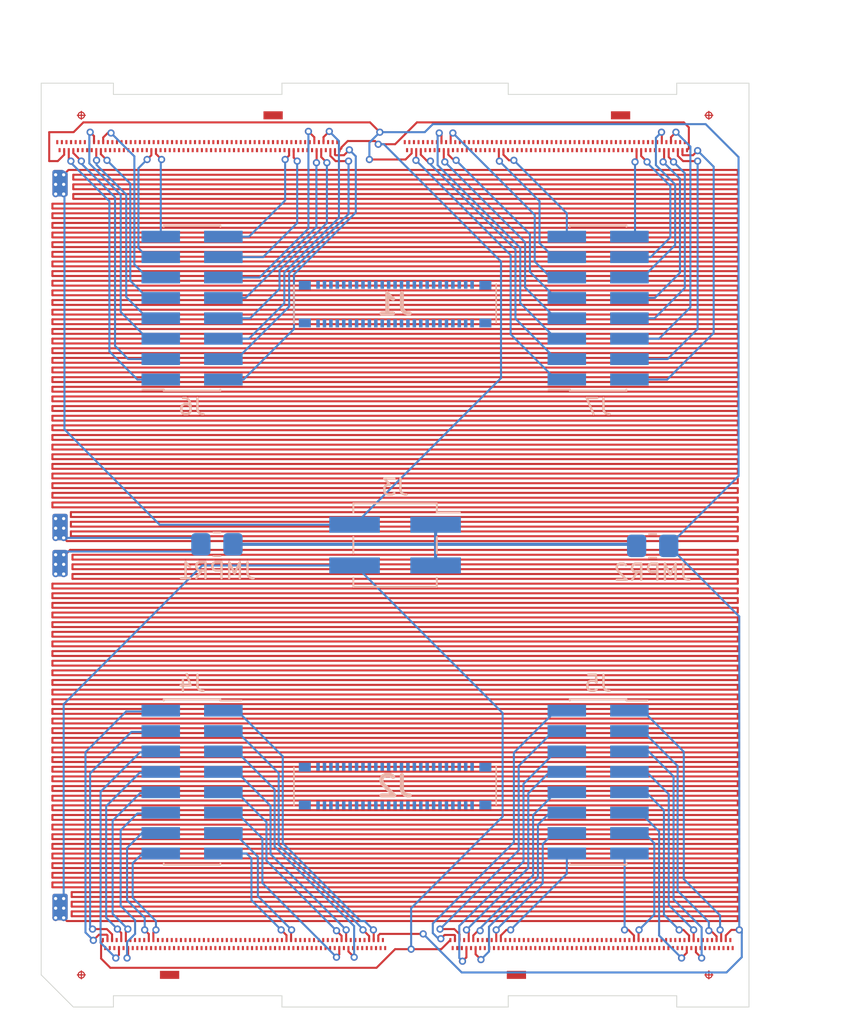
<source format=kicad_pcb>
(kicad_pcb (version 20211014) (generator pcbnew)
  (layers (0 "F.Cu" signal) (1 "In1.Cu" signal) (2 "In2.Cu" signal) (31 "B.Cu" signal) (34 "B.Paste" user) (35 "F.Paste" user) (36 "B.SilkS" user "B.Silkscreen") (37 "F.SilkS" user "F.Silkscreen") (38 "B.Mask" user) (39 "F.Mask" user) (44 "Edge.Cuts" user))
  (net 0 "")
  (net 5 "/26_P")
  (net 10 "/P1")
  (net 11 "/X2EBL1")
  (net 12 "/X2EBR2")
  (net 13 "/X2EBL2")
  (net 14 "/X2EBR1")
  (net 15 "/X2ETL1")
  (net 16 "/X2ETR2")
  (net 17 "/X2ETL2")
  (net 18 "/X2ETR1")
  (net 19 "/X2LBL1")
  (net 20 "/X2LBR2")
  (net 21 "/X2LBL2")
  (net 22 "/X2LBR1")
  (net 23 "/X2LTL1")
  (net 24 "/X2LTR2")
  (net 25 "/X2LTL2")
  (net 26 "/X2LTR1")
  (net 27 "/X3EBL1")
  (net 28 "/X3EBR2")
  (net 29 "/X3EBL2")
  (net 30 "/X3EBR1")
  (net 31 "/X3ETL1")
  (net 32 "/X3ETR2")
  (net 33 "/X3ETL2")
  (net 34 "/X3ETR1")
  (net 35 "/X3LBL1")
  (net 36 "/X3LBR2")
  (net 37 "/X3LBL2")
  (net 38 "/X3LBR1")
  (net 39 "/X3LTL1")
  (net 40 "/X3LTR2")
  (net 41 "/X3LTL2")
  (net 42 "/X3LTR1")
  (net 43 "/X4EBL1")
  (net 44 "/X4EBR2")
  (net 45 "/X4EBL2")
  (net 46 "/X4EBR1")
  (net 47 "/X4ETL1")
  (net 48 "/X4ETR2")
  (net 49 "/X4ETL2")
  (net 50 "/X4ETR1")
  (net 51 "/X4LBL1")
  (net 52 "/X4LBR2")
  (net 53 "/X4LBL2")
  (net 54 "/X4LBR1")
  (net 55 "/X4LTL1")
  (net 56 "/X4LTR2")
  (net 57 "/X4LTL2")
  (net 58 "/X4LTR1")
  (net 158 "/X1EBL2")
  (net 159 "/X1EBL1")
  (net 160 "/X1LBL2")
  (net 161 "/X1LBL1")
  (net 162 "/X1ETL2")
  (net 163 "/X1ETL1")
  (net 164 "/X1LTL2")
  (net 165 "/X1LTL1")
  (net 166 "/X1ETR2")
  (net 167 "/X1ETR1")
  (net 168 "/X1LTR2")
  (net 169 "/X1LTR1")
  (net 170 "/X1EBR2")
  (net 171 "/X1EBR1")
  (net 172 "/X1LBR2")
  (net 173 "/X1LBR1")
  (net 174 "/VSS")
  (net 175 "/GND")
  (footprint "MountingHole:MountingHole_2.2mm_M2" (layer "F.Cu") (at 22.05 55.9)
    (fp_text reference "REF**" hide)
    (fp_text value "MountingHole_2.2mm_M2" hide)
  )
  (footprint "unl_silab:crossed_circle_fiducial" (layer "F.Cu") (at 41.6 2)
    (fp_text reference "REF**" hide)
    (fp_text value "crossed_circle_fiducial" hide)
  )
  (footprint "unl_silab:PCB_ETROC2_dummy" (layer "F.Cu") (at 32.815 50.7)
    (fp_text reference "U2" hide)
    (fp_text value "ETROC_dummy_thermal_sensors" hide)
  )
  (footprint "unl_silab:PCB_ETROC2_dummy" (layer "F.Cu") (at 32.92 6.8 180)
    (fp_text reference "U4" hide)
    (fp_text value "ETROC_dummy_thermal_sensors" hide)
  )
  (footprint "unl_silab:PCB_ETROC2_dummy" (layer "F.Cu") (at 11.27 6.8 180)
    (fp_text reference "U3" hide)
    (fp_text value "ETROC_dummy_thermal_sensors" hide)
  )
  (footprint "unl_silab:crossed_circle_fiducial" (layer "F.Cu") (at 2.5 55.5)
    (fp_text reference "REF**" hide)
    (fp_text value "crossed_circle_fiducial" hide)
  )
  (footprint "unl_silab:crossed_circle_fiducial" (layer "F.Cu") (at 41.6 55.5)
    (fp_text reference "REF**" hide)
    (fp_text value "crossed_circle_fiducial" hide)
  )
  (footprint "MountingHole:MountingHole_2.2mm_M2" (layer "F.Cu") (at 22.05 1.6)
    (fp_text reference "REF**" hide)
    (fp_text value "MountingHole_2.2mm_M2" hide)
  )
  (footprint "unl_silab:HV-Pad" (layer "F.Cu") (at 8 55.5)
    (fp_text reference "REF**" hide)
    (fp_text value "HV" hide)
  )
  (footprint "unl_silab:HV-Pad" (layer "F.Cu") (at 29.61 55.5)
    (fp_text reference "REF**" hide)
    (fp_text value "HV" hide)
  )
  (footprint "unl_silab:HV-Pad" (layer "F.Cu") (at 36.1 2 180)
    (fp_text reference "REF**" hide)
    (fp_text value "HV" hide)
  )
  (footprint "unl_silab:HV-Pad" (layer "F.Cu") (at 14.45 2 180)
    (fp_text reference "REF**" hide)
    (fp_text value "HV" hide)
  )
  (footprint "unl_silab:PCB_ETROC2_dummy" (layer "F.Cu") (at 11.165 50.7)
    (fp_text reference "U1" hide)
    (fp_text value "ETROC_dummy_thermal_sensors" hide)
  )
  (footprint "unl_silab:crossed_circle_fiducial" (layer "F.Cu") (at 2.5 2)
    (fp_text reference "REF**" hide)
    (fp_text value "crossed_circle_fiducial" hide)
  )
  (footprint "SamacSys_Parts:WP7BS050VA1R8000" (layer "B.Cu") (at 22.05 13.75)
    (fp_text reference "J1")
    (fp_text value "WP7B-S050VA1-R8000" hide)
  )
  (footprint "SamacSys_Parts:WP7BS050VA1R8000" (layer "B.Cu") (at 22.05 43.75)
    (fp_text reference "J2")
    (fp_text value "WP7B-S050VA1-R8000" hide)
  )
  (footprint "Connector_PinHeader_1.27mm:PinHeader_2x08_P1.27mm_Vertical_SMD" (layer "B.Cu") (at 34.7 43.5 180)
    (fp_text reference "J5")
    (fp_text value "Conn_02x08_Counter_Clockwise")
  )
  (footprint "Connector_PinHeader_1.27mm:PinHeader_2x08_P1.27mm_Vertical_SMD" (layer "B.Cu") (at 9.4 14)
    (fp_text reference "J6")
    (fp_text value "Conn_02x08_Counter_Clockwise")
  )
  (footprint "Resistor_SMD:R_0805_2012Metric_Pad1.20x1.40mm_HandSolder" (layer "B.Cu") (at 38.1 28.8)
    (fp_text reference "JMPR2")
    (fp_text value "0")
  )
  (footprint "Resistor_SMD:R_0805_2012Metric_Pad1.20x1.40mm_HandSolder" (layer "B.Cu") (at 10.95 28.7)
    (fp_text reference "JMPR1")
    (fp_text value "0")
  )
  (footprint "Connector_PinHeader_2.54mm:PinHeader_2x02_P2.54mm_Vertical_SMD" (layer "B.Cu") (at 22.05 28.75 180)
    (fp_text reference "J3")
    (fp_text value "Conn_02x02_Odd_Even")
  )
  (footprint "Connector_PinHeader_1.27mm:PinHeader_2x08_P1.27mm_Vertical_SMD" (layer "B.Cu") (at 34.7 14)
    (fp_text reference "J7")
    (fp_text value "Conn_02x08_Counter_Clockwise")
  )
  (footprint "Connector_PinHeader_1.27mm:PinHeader_2x08_P1.27mm_Vertical_SMD" (layer "B.Cu") (at 9.4 43.5 180)
    (fp_text reference "J4")
    (fp_text value "Conn_02x08_Counter_Clockwise")
  )
  (gr_line (start 0 0) (end 0 55.5) (layer "Edge.Cuts") (width 0.05))
  (gr_line (start 2 57.5) (end 0 55.5) (layer "Edge.Cuts") (width 0.05))
  (gr_line (start 15 56.8) (end 15 57.5) (layer "Edge.Cuts") (width 0.05))
  (gr_line (start 29.1 57.5) (end 15 57.5) (layer "Edge.Cuts") (width 0.05))
  (gr_line (start 39.6 0.7) (end 29.1 0.7) (layer "Edge.Cuts") (width 0.05))
  (gr_line (start 0 0) (end 4.5 0) (layer "Edge.Cuts") (width 0.05))
  (gr_line (start 4.5 57.5) (end 4.5 56.8) (layer "Edge.Cuts") (width 0.05))
  (gr_line (start 44.1 57.5) (end 39.6 57.5) (layer "Edge.Cuts") (width 0.05))
  (gr_line (start 15 0) (end 29.1 0) (layer "Edge.Cuts") (width 0.05))
  (gr_line (start 39.6 56.8) (end 29.1 56.8) (layer "Edge.Cuts") (width 0.05))
  (gr_line (start 4.5 56.8) (end 15 56.8) (layer "Edge.Cuts") (width 0.05))
  (gr_line (start 39.6 0) (end 39.6 0.7) (layer "Edge.Cuts") (width 0.05))
  (gr_line (start 4.5 0.7) (end 15 0.7) (layer "Edge.Cuts") (width 0.05))
  (gr_line (start 44.1 0) (end 44.1 57.5) (layer "Edge.Cuts") (width 0.05))
  (gr_line (start 29.1 0.7) (end 29.1 0) (layer "Edge.Cuts") (width 0.05))
  (gr_line (start 39.6 57.5) (end 39.6 56.8) (layer "Edge.Cuts") (width 0.05))
  (gr_line (start 15 0.7) (end 15 0) (layer "Edge.Cuts") (width 0.05))
  (gr_line (start 29.1 56.8) (end 29.1 57.5) (layer "Edge.Cuts") (width 0.05))
  (gr_line (start 44.1 0) (end 39.6 0) (layer "Edge.Cuts") (width 0.05))
  (gr_line (start 4.5 0) (end 4.5 0.7) (layer "Edge.Cuts") (width 0.05))
  (gr_line (start 2 57.5) (end 4.5 57.5) (layer "Edge.Cuts") (width 0.05))
  (segment (start 43.4 46.15) (end 0.7 46.15) (width 0.127) (layer "F.Cu") (net 10))
  (segment (start 43.4 18) (end 43.4 18.3) (width 0.127) (layer "F.Cu") (net 10))
  (segment (start 1.95 30.55) (end 1.95 30.85) (width 0.127) (layer "F.Cu") (net 10))
  (segment (start 43.4 21.9) (end 0.7 21.9) (width 0.127) (layer "F.Cu") (net 10))
  (segment (start 43.4 8.7) (end 0.7 8.7) (width 0.127) (layer "F.Cu") (net 10))
  (segment (start 0.7 31.75) (end 0.7 32.05) (width 0.127) (layer "F.Cu") (net 10))
  (segment (start 0.7 38.35) (end 0.7 38.65) (width 0.127) (layer "F.Cu") (net 10))
  (segment (start 43.4 25.5) (end 0.7 25.5) (width 0.127) (layer "F.Cu") (net 10))
  (segment (start 0.7 44.35) (end 0.7 44.65) (width 0.127) (layer "F.Cu") (net 10))
  (segment (start 43.4 18.3) (end 0.7 18.3) (width 0.127) (layer "F.Cu") (net 10))
  (segment (start 0.7 15) (end 43.4 15) (width 0.127) (layer "F.Cu") (net 10))
  (segment (start 1.8 29.05) (end 43.4 29.05) (width 0.127) (layer "F.Cu") (net 10))
  (segment (start 0.7 38.65) (end 43.4 38.65) (width 0.127) (layer "F.Cu") (net 10))
  (segment (start 0.7 40.45) (end 43.4 40.45) (width 0.127) (layer "F.Cu") (net 10))
  (segment (start 1.95 30.85) (end 43.4 30.85) (width 0.127) (layer "F.Cu") (net 10))
  (segment (start 0.7 19.5) (end 0.7 19.8) (width 0.127) (layer "F.Cu") (net 10))
  (segment (start 43.4 20.4) (end 43.4 20.7) (width 0.127) (layer "F.Cu") (net 10))
  (segment (start 0.7 21) (end 43.4 21) (width 0.127) (layer "F.Cu") (net 10))
  (segment (start 1.85 28.2) (end 43.4 28.2) (width 0.127) (layer "F.Cu") (net 10))
  (segment (start 0.7 23.4) (end 43.4 23.4) (width 0.127) (layer "F.Cu") (net 10))
  (segment (start 4.3095 55.0595) (end 3.732671 54.482671) (width 0.127) (layer "F.Cu") (net 10))
  (segment (start 43.4 15.3) (end 0.7 15.3) (width 0.127) (layer "F.Cu") (net 10))
  (segment (start 43.4 49.75) (end 0.7 49.75) (width 0.127) (layer "F.Cu") (net 10))
  (segment (start 43.4 19.5) (end 0.7 19.5) (width 0.127) (layer "F.Cu") (net 10))
  (segment (start 0.7 48.25) (end 43.4 48.25) (width 0.127) (layer "F.Cu") (net 10))
  (segment (start 0.7 11.7) (end 0.7 12) (width 0.127) (layer "F.Cu") (net 10))
  (segment (start 0.7 49.15) (end 0.7 49.45) (width 0.127) (layer "F.Cu") (net 10))
  (segment (start 43.4 12.3) (end 0.7 12.3) (width 0.127) (layer "F.Cu") (net 10))
  (segment (start 0.7 36.85) (end 43.4 36.85) (width 0.127) (layer "F.Cu") (net 10))
  (segment (start 43.4 6.3) (end 2 6.3) (width 0.127) (layer "F.Cu") (net 10))
  (segment (start 43.4 13.2) (end 43.4 13.5) (width 0.127) (layer "F.Cu") (net 10))
  (segment (start 43.4 14.1) (end 0.7 14.1) (width 0.127) (layer "F.Cu") (net 10))
  (segment (start 43.4 35.65) (end 43.4 35.95) (width 0.127) (layer "F.Cu") (net 10))
  (segment (start 0.7 12.6) (end 43.4 12.6) (width 0.127) (layer "F.Cu") (net 10))
  (segment (start 43.4 35.05) (end 43.4 35.35) (width 0.127) (layer "F.Cu") (net 10))
  (segment (start 43.4 23.4) (end 43.4 23.7) (width 0.127) (layer "F.Cu") (net 10))
  (segment (start 1.9 50.65) (end 43.4 50.65) (width 0.127) (layer "F.Cu") (net 10))
  (segment (start 1.9 51.55) (end 1.9 51.85) (width 0.127) (layer "F.Cu") (net 10))
  (segment (start 0.7 16.5) (end 0.7 16.8) (width 0.127) (layer "F.Cu") (net 10))
  (segment (start 43.4 29.65) (end 43.4 29.95) (width 0.127) (layer "F.Cu") (net 10))
  (segment (start 43.4 35.35) (end 0.7 35.35) (width 0.127) (layer "F.Cu") (net 10))
  (segment (start 0.7 42.85) (end 43.4 42.85) (width 0.127) (layer "F.Cu") (net 10))
  (segment (start 1.6 52.15) (end 1.4 51.95) (width 0.127) (layer "F.Cu") (net 10))
  (segment (start 43.4 36.55) (end 0.7 36.55) (width 0.127) (layer "F.Cu") (net 10))
  (segment (start 0.7 49.45) (end 43.4 49.45) (width 0.127) (layer "F.Cu") (net 10))
  (segment (start 0.7 24.9) (end 0.7 25.2) (width 0.127) (layer "F.Cu") (net 10))
  (segment (start 2 6) (end 43.4 6) (width 0.127) (layer "F.Cu") (net 10))
  (segment (start 43.4 27.3) (end 1.85 27.3) (width 0.127) (layer "F.Cu") (net 10))
  (segment (start 43.4 17.7) (end 0.7 17.7) (width 0.127) (layer "F.Cu") (net 10))
  (segment (start 0.7 22.8) (end 43.4 22.8) (width 0.127) (layer "F.Cu") (net 10))
  (segment (start 0.7 15.9) (end 0.7 16.2) (width 0.127) (layer "F.Cu") (net 10))
  (segment (start 0.7 20.1) (end 0.7 20.4) (width 0.127) (layer "F.Cu") (net 10))
  (segment (start 0.7 14.1) (end 0.7 14.4) (width 0.127) (layer "F.Cu") (net 10))
  (segment (start 43.4 26.7) (end 1.85 26.7) (width 0.127) (layer "F.Cu") (net 10))
  (segment (start 0.7 18) (end 43.4 18) (width 0.127) (layer "F.Cu") (net 10))
  (segment (start 18.702329 3.997671) (end 19.1 3.6) (width 0.127) (layer "F.Cu") (net 10))
  (segment (start 43.4 36.25) (end 43.4 36.55) (width 0.127) (layer "F.Cu") (net 10))
  (segment (start 43.4 7.5) (end 0.7 7.5) (width 0.127) (layer "F.Cu") (net 10))
  (segment (start 43.4 5.4) (end 43.4 5.7) (width 0.127) (layer "F.Cu") (net 10))
  (segment (start 0.7 21.3) (end 0.7 21.6) (width 0.127) (layer "F.Cu") (net 10))
  (segment (start 0.7 12.3) (end 0.7 12.6) (width 0.127) (layer "F.Cu") (net 10))
  (segment (start 43.4 24.3) (end 0.7 24.3) (width 0.127) (layer "F.Cu") (net 10))
  (segment (start 43.4 11.4) (end 43.4 11.7) (width 0.127) (layer "F.Cu") (net 10))
  (segment (start 43.4 49.15) (end 0.7 49.15) (width 0.127) (layer "F.Cu") (net 10))
  (segment (start 43.4 42.25) (end 43.4 42.55) (width 0.127) (layer "F.Cu") (net 10))
  (segment (start 43.4 47.95) (end 0.7 47.95) (width 0.127) (layer "F.Cu") (net 10))
  (segment (start 43.4 21) (end 43.4 21.3) (width 0.127) (layer "F.Cu") (net 10))
  (segment (start 0.7 34.45) (end 43.4 34.45) (width 0.127) (layer "F.Cu") (net 10))
  (segment (start 43.4 27.9) (end 1.85 27.9) (width 0.127) (layer "F.Cu") (net 10))
  (segment (start 0.7 20.7) (end 0.7 21) (width 0.127) (layer "F.Cu") (net 10))
  (segment (start 43.4 48.85) (end 43.4 49.15) (width 0.127) (layer "F.Cu") (net 10))
  (segment (start 0.7 35.05) (end 43.4 35.05) (width 0.127) (layer "F.Cu") (net 10))
  (segment (start 43.4 15.6) (end 43.4 15.9) (width 0.127) (layer "F.Cu") (net 10))
  (segment (start 43.4 27.6) (end 43.4 27.9) (width 0.127) (layer "F.Cu") (net 10))
  (segment (start 43.4 48.55) (end 0.7 48.55) (width 0.127) (layer "F.Cu") (net 10))
  (segment (start 0.7 48.55) (end 0.7 48.85) (width 0.127) (layer "F.Cu") (net 10))
  (segment (start 43.4 26.1) (end 0.7 26.1) (width 0.127) (layer "F.Cu") (net 10))
  (segment (start 43.4 25.8) (end 43.4 26.1) (width 0.127) (layer "F.Cu") (net 10))
  (segment (start 43.4 43.75) (end 0.7 43.75) (width 0.127) (layer "F.Cu") (net 10))
  (segment (start 0.7 43.15) (end 0.7 43.45) (width 0.127) (layer "F.Cu") (net 10))
  (segment (start 43.4 50.05) (end 43.4 50.35) (width 0.127) (layer "F.Cu") (net 10))
  (segment (start 1.6 28.5) (end 1.4 28.3) (width 0.127) (layer "F.Cu") (net 10))
  (segment (start 1.85 27.6) (end 43.4 27.6) (width 0.127) (layer "F.Cu") (net 10))
  (segment (start 43.4 40.15) (end 0.7 40.15) (width 0.127) (layer "F.Cu") (net 10))
  (segment (start 0.7 33.25) (end 43.4 33.25) (width 0.127) (layer "F.Cu") (net 10))
  (segment (start 0.7 8.7) (end 0.7 9) (width 0.127) (layer "F.Cu") (net 10))
  (segment (start 43.4 12.6) (end 43.4 12.9) (width 0.127) (layer "F.Cu") (net 10))
  (segment (start 43.4 8.1) (end 0.7 8.1) (width 0.127) (layer "F.Cu") (net 10))
  (segment (start 43.4 45.85) (end 43.4 46.15) (width 0.127) (layer "F.Cu") (net 10))
  (segment (start 43.4 44.35) (end 0.7 44.35) (width 0.127) (layer "F.Cu") (net 10))
  (segment (start 3.843671 53.395373) (end 3.843671 53.331873) (width 0.127) (layer "F.Cu") (net 10))
  (segment (start 0.7 19.8) (end 43.4 19.8) (width 0.127) (layer "F.Cu") (net 10))
  (segment (start 1.85 27.9) (end 1.85 28.2) (width 0.127) (layer "F.Cu") (net 10))
  (segment (start 43.4 38.65) (end 43.4 38.95) (width 0.127) (layer "F.Cu") (net 10))
  (segment (start 43.4 51.55) (end 1.9 51.55) (width 0.127) (layer "F.Cu") (net 10))
  (segment (start 0.7 33.55) (end 0.7 33.85) (width 0.127) (layer "F.Cu") (net 10))
  (segment (start 0.7 9.3) (end 0.7 9.6) (width 0.127) (layer "F.Cu") (net 10))
  (segment (start 1.5 29.35) (end 1.8 29.05) (width 0.127) (layer "F.Cu") (net 10))
  (segment (start 0.7 24.3) (end 0.7 24.6) (width 0.127) (layer "F.Cu") (net 10))
  (segment (start 43.4 13.5) (end 0.7 13.5) (width 0.127) (layer "F.Cu") (net 10))
  (segment (start 43.4 20.7) (end 0.7 20.7) (width 0.127) (layer "F.Cu") (net 10))
  (segment (start 43.4 18.9) (end 0.7 18.9) (width 0.127) (layer "F.Cu") (net 10))
  (segment (start 43.4 30.55) (end 1.95 30.55) (width 0.127) (layer "F.Cu") (net 10))
  (segment (start 1.85 26.7) (end 1.85 27) (width 0.127) (layer "F.Cu") (net 10))
  (segment (start 43.4 46.45) (end 43.4 46.75) (width 0.127) (layer "F.Cu") (net 10))
  (segment (start 0.7 8.1) (end 0.7 8.4) (width 0.127) (layer "F.Cu") (net 10))
  (segment (start 1.4 51.95) (end 0.9 51.95) (width 0.16) (layer "F.Cu") (net 10))
  (segment (start 43.4 22.2) (end 43.4 22.5) (width 0.127) (layer "F.Cu") (net 10))
  (segment (start 43.4 33.55) (end 0.7 33.55) (width 0.127) (layer "F.Cu") (net 10))
  (segment (start 0.7 39.85) (end 43.4 39.85) (width 0.127) (layer "F.Cu") (net 10))
  (segment (start 0.7 22.2) (end 43.4 22.2) (width 0.127) (layer "F.Cu") (net 10))
  (segment (start 1.9 51.25) (end 43.4 51.25) (width 0.127) (layer "F.Cu") (net 10))
  (segment (start 43.4 45.25) (end 43.4 45.55) (width 0.127) (layer "F.Cu") (net 10))
  (segment (start 0.7 35.65) (end 43.4 35.65) (width 0.127) (layer "F.Cu") (net 10))
  (segment (start 2 6.6) (end 43.4 6.6) (width 0.127) (layer "F.Cu") (net 10))
  (segment (start 0.7 13.8) (end 43.4 13.8) (width 0.127) (layer "F.Cu") (net 10))
  (segment (start 0.7 41.95) (end 0.7 42.25) (width 0.127) (layer "F.Cu") (net 10))
  (segment (start 43.4 46.75) (end 0.7 46.75) (width 0.127) (layer "F.Cu") (net 10))
  (segment (start 43.4 12.9) (end 0.7 12.9) (width 0.127) (layer "F.Cu") (net 10))
  (segment (start 43.4 31.45) (end 43.4 31.75) (width 0.127) (layer "F.Cu") (net 10))
  (segment (start 1.7 5.4) (end 43.4 5.4) (width 0.127) (layer "F.Cu") (net 10))
  (segment (start 43.4 32.65) (end 43.4 32.95) (width 0.127) (layer "F.Cu") (net 10))
  (segment (start 43.4 34.15) (end 0.7 34.15) (width 0.127) (layer "F.Cu") (net 10))
  (segment (start 43.4 16.8) (end 43.4 17.1) (width 0.127) (layer "F.Cu") (net 10))
  (segment (start 43.4 44.05) (end 43.4 44.35) (width 0.127) (layer "F.Cu") (net 10))
  (segment (start 43.4 6.6) (end 43.4 6.9) (width 0.127) (layer "F.Cu") (net 10))
  (segment (start 43.4 35.95) (end 0.7 35.95) (width 0.127) (layer "F.Cu") (net 10))
  (segment (start 43.4 28.2) (end 43.4 28.5) (width 0.127) (layer "F.Cu") (net 10))
  (segment (start 43.4 25.2) (end 43.4 25.5) (width 0.127) (layer "F.Cu") (net 10))
  (segment (start 0.7 23.1) (end 0.7 23.4) (width 0.127) (layer "F.Cu") (net 10))
  (segment (start 0.7 25.2) (end 43.4 25.2) (width 0.127) (layer "F.Cu") (net 10))
  (segment (start 43.4 39.85) (end 43.4 40.15) (width 0.127) (layer "F.Cu") (net 10))
  (segment (start 0.7 18.9) (end 0.7 19.2) (width 0.127) (layer "F.Cu") (net 10))
  (segment (start 40.0405 2.4405) (end 23.4095 2.4405) (width 0.127) (layer "F.Cu") (net 10))
  (segment (start 0.7 17.4) (end 43.4 17.4) (width 0.127) (layer "F.Cu") (net 10))
  (segment (start 0.7 7.8) (end 43.4 7.8) (width 0.127) (layer "F.Cu") (net 10))
  (segment (start 43.4 30.25) (end 43.4 30.55) (width 0.127) (layer "F.Cu") (net 10))
  (segment (start 43.4 43.15) (end 0.7 43.15) (width 0.127) (layer "F.Cu") (net 10))
  (segment (start 43.4 37.45) (end 43.4 37.75) (width 0.127) (layer "F.Cu") (net 10))
  (segment (start 0.7 22.5) (end 0.7 22.8) (width 0.127) (layer "F.Cu") (net 10))
  (segment (start 43.4 26.4) (end 43.4 26.7) (width 0.127) (layer "F.Cu") (net 10))
  (segment (start 23.4095 2.4405) (end 22.05 3.8) (width 0.127) (layer "F.Cu") (net 10))
  (segment (start 0.7 45.25) (end 43.4 45.25) (width 0.127) (layer "F.Cu") (net 10))
  (segment (start 43.4 10.8) (end 43.4 11.1) (width 0.127) (layer "F.Cu") (net 10))
  (segment (start 43.4 23.7) (end 0.7 23.7) (width 0.127) (layer "F.Cu") (net 10))
  (segment (start 2 5.7) (end 2 6) (width 0.127) (layer "F.Cu") (net 10))
  (segment (start 43.4 6) (end 43.4 6.3) (width 0.127) (layer "F.Cu") (net 10))
  (segment (start 0.7 7.5) (end 0.7 7.8) (width 0.127) (layer "F.Cu") (net 10))
  (segment (start 0.7 36.25) (end 43.4 36.25) (width 0.127) (layer "F.Cu") (net 10))
  (segment (start 43.4 19.2) (end 43.4 19.5) (width 0.127) (layer "F.Cu") (net 10))
  (segment (start 43.4 19.8) (end 43.4 20.1) (width 0.127) (layer "F.Cu") (net 10))
  (segment (start 43.4 50.95) (end 1.9 50.95) (width 0.127) (layer "F.Cu") (net 10))
  (segment (start 0.9 29.95) (end 0.9 29.35) (width 0.16) (layer "F.Cu") (net 10))
  (segment (start 0.7 46.75) (end 0.7 47.05) (width 0.127) (layer "F.Cu") (net 10))
  (segment (start 40.352329 2.752329) (end 40.0405 2.4405) (width 0.127) (layer "F.Cu") (net 10))
  (segment (start 43.4 11.1) (end 0.7 11.1) (width 0.127) (layer "F.Cu") (net 10))
  (segment (start 43.4 28.5) (end 1.6 28.5) (width 0.127) (layer "F.Cu") (net 10))
  (segment (start 0.7 9.6) (end 43.4 9.6) (width 0.127) (layer "F.Cu") (net 10))
  (segment (start 43.4 16.2) (end 43.4 16.5) (width 0.127) (layer "F.Cu") (net 10))
  (segment (start 0.7 36.55) (end 0.7 36.85) (width 0.127) (layer "F.Cu") (net 10))
  (segment (start 1.55 5.55) (end 1.7 5.4) (width 0.127) (layer "F.Cu") (net 10))
  (segment (start 0.7 41.65) (end 43.4 41.65) (width 0.127) (layer "F.Cu") (net 10))
  (segment (start 43.4 32.95) (end 0.7 32.95) (width 0.127) (layer "F.Cu") (net 10))
  (segment (start 20.891507 55.0595) (end 4.3095 55.0595) (width 0.127) (layer "F.Cu") (net 10))
  (segment (start 0.7 13.2) (end 43.4 13.2) (width 0.127) (layer "F.Cu") (net 10))
  (segment (start 25.493671 53.331873) (end 24.925544 53.9) (width 0.127) (layer "F.Cu") (net 10))
  (segment (start 43.4 29.95) (end 1.95 29.95) (width 0.127) (layer "F.Cu") (net 10))
  (segment (start 0.7 21.6) (end 43.4 21.6) (width 0.127) (layer "F.Cu") (net 10))
  (segment (start 0.7 15.6) (end 43.4 15.6) (width 0.127) (layer "F.Cu") (net 10))
  (segment (start 0.7 21.9) (end 0.7 22.2) (width 0.127) (layer "F.Cu") (net 10))
  (segment (start 43.4 34.45) (end 43.4 34.75) (width 0.127) (layer "F.Cu") (net 10))
  (segment (start 0.7 17.7) (end 0.7 18) (width 0.127) (layer "F.Cu") (net 10))
  (segment (start 40.241329 4.168127) (end 40.352329 4.057127) (width 0.127) (layer "F.Cu") (net 10))
  (segment (start 43.4 5.7) (end 2 5.7) (width 0.127) (layer "F.Cu") (net 10))
  (segment (start 43.4 16.5) (end 0.7 16.5) (width 0.127) (layer "F.Cu") (net 10))
  (segment (start 43.4 10.5) (end 0.7 10.5) (width 0.127) (layer "F.Cu") (net 10))
  (segment (start 43.4 47.65) (end 43.4 47.95) (width 0.127) (layer "F.Cu") (net 10))
  (segment (start 1.95 29.35) (end 1.95 29.65) (width 0.127) (layer "F.Cu") (net 10))
  (segment (start 43.4 40.45) (end 43.4 40.75) (width 0.127) (layer "F.Cu") (net 10))
  (segment (start 43.4 52.15) (end 1.6 52.15) (width 0.127) (layer "F.Cu") (net 10))
  (segment (start 43.4 21.3) (end 0.7 21.3) (width 0.127) (layer "F.Cu") (net 10))
  (segment (start 0.7 19.2) (end 43.4 19.2) (width 0.127) (layer "F.Cu") (net 10))
  (segment (start 0.7 13.5) (end 0.7 13.8) (width 0.127) (layer "F.Cu") (net 10))
  (segment (start 43.4 7.8) (end 43.4 8.1) (width 0.127) (layer "F.Cu") (net 10))
  (segment (start 43.4 39.55) (end 0.7 39.55) (width 0.127) (layer "F.Cu") (net 10))
  (segment (start 43.4 41.35) (end 0.7 41.35) (width 0.127) (layer "F.Cu") (net 10))
  (segment (start 43.4 34.75) (end 0.7 34.75) (width 0.127) (layer "F.Cu") (net 10))
  (segment (start 43.4 45.55) (end 0.7 45.55) (width 0.127) (layer "F.Cu") (net 10))
  (segment (start 43.4 20.1) (end 0.7 20.1) (width 0.127) (layer "F.Cu") (net 10))
  (segment (start 43.4 22.8) (end 43.4 23.1) (width 0.127) (layer "F.Cu") (net 10))
  (segment (start 43.4 9.3) (end 0.7 9.3) (width 0.127) (layer "F.Cu") (net 10))
  (segment (start 43.4 42.85) (end 43.4 43.15) (width 0.127) (layer "F.Cu") (net 10))
  (segment (start 0.7 18.6) (end 43.4 18.6) (width 0.127) (layer "F.Cu") (net 10))
  (segment (start 3.732671 54.482671) (end 3.732671 53.506373) (width 0.127) (layer "F.Cu") (net 10))
  (segment (start 0.7 49.75) (end 0.7 50.05) (width 0.127) (layer "F.Cu") (net 10))
  (segment (start 1.95 30.25) (end 43.4 30.25) (width 0.127) (layer "F.Cu") (net 10))
  (segment (start 0.7 16.2) (end 43.4 16.2) (width 0.127) (layer "F.Cu") (net 10))
  (segment (start 43.4 51.85) (end 43.4 52.15) (width 0.127) (layer "F.Cu") (net 10))
  (segment (start 43.4 9.6) (end 43.4 9.9) (width 0.127) (layer "F.Cu") (net 10))
  (segment (start 43.4 14.4) (end 43.4 14.7) (width 0.127) (layer "F.Cu") (net 10))
  (segment (start 43.4 15) (end 43.4 15.3) (width 0.127) (layer "F.Cu") (net 10))
  (segment (start 43.4 38.35) (end 0.7 38.35) (width 0.127) (layer "F.Cu") (net 10))
  (segment (start 0.7 20.4) (end 43.4 20.4) (width 0.127) (layer "F.Cu") (net 10))
  (segment (start 1.4 29.35) (end 1.4 29.95) (width 0.16) (layer "F.Cu") (net 10))
  (segment (start 43.4 17.4) (end 43.4 17.7) (width 0.127) (layer "F.Cu") (net 10))
  (segment (start 0.7 18.3) (end 0.7 18.6) (width 0.127) (layer "F.Cu") (net 10))
  (segment (start 43.4 32.35) (end 0.7 32.35) (width 0.127) (layer "F.Cu") (net 10))
  (segment (start 0.7 42.25) (end 43.4 42.25) (width 0.127) (layer "F.Cu") (net 10))
  (segment (start 0.7 43.75) (end 0.7 44.05) (width 0.127) (layer "F.Cu") (net 10))
  (segment (start 0.7 35.95) (end 0.7 36.25) (width 0.127) (layer "F.Cu") (net 10))
  (segment (start 0.7 33.85) (end 43.4 33.85) (width 0.127) (layer "F.Cu") (net 10))
  (segment (start 43.4 24) (end 43.4 24.3) (width 0.127) (layer "F.Cu") (net 10))
  (segment (start 2 7.2) (end 43.4 7.2) (width 0.127) (layer "F.Cu") (net 10))
  (segment (start 43.4 22.5) (end 0.7 22.5) (width 0.127) (layer "F.Cu") (net 10))
  (segment (start 0.7 47.95) (end 0.7 48.25) (width 0.127) (layer "F.Cu") (net 10))
  (segment (start 43.4 29.05) (end 43.4 29.35) (width 0.127) (layer "F.Cu") (net 10))
  (segment (start 43.4 51.25) (end 43.4 51.55) (width 0.127) (layer "F.Cu") (net 10))
  (segment (start 43.4 11.7) (end 0.7 11.7) (width 0.127) (layer "F.Cu") (net 10))
  (segment (start 0.7 31.15) (end 0.7 31.45) (width 0.127) (layer "F.Cu") (net 10))
  (segment (start 0.7 50.05) (end 43.4 50.05) (width 0.127) (layer "F.Cu") (net 10))
  (segment (start 0.7 34.15) (end 0.7 34.45) (width 0.127) (layer "F.Cu") (net 10))
  (segment (start 43.4 38.95) (end 0.7 38.95) (width 0.127) (layer "F.Cu") (net 10))
  (segment (start 43.4 41.95) (end 0.7 41.95) (width 0.127) (layer "F.Cu") (net 10))
  (segment (start 18.702329 4.057127) (end 18.702329 3.997671) (width 0.127) (layer "F.Cu") (net 10))
  (segment (start 43.4 30.85) (end 43.4 31.15) (width 0.127) (layer "F.Cu") (net 10))
  (segment (start 0.7 8.4) (end 43.4 8.4) (width 0.127) (layer "F.Cu") (net 10))
  (segment (start 0.7 10.2) (end 43.4 10.2) (width 0.127) (layer "F.Cu") (net 10))
  (segment (start 0.7 43.45) (end 43.4 43.45) (width 0.127) (layer "F.Cu") (net 10))
  (segment (start 43.4 27) (end 43.4 27.3) (width 0.127) (layer "F.Cu") (net 10))
  (segment (start 2 6.9) (end 2 7.2) (width 0.127) (layer "F.Cu") (net 10))
  (segment (start 1.9 50.35) (end 1.9 50.65) (width 0.127) (layer "F.Cu") (net 10))
  (segment (start 18.591329 4.168127) (end 18.702329 4.057127) (width 0.127) (layer "F.Cu") (net 10))
  (segment (start 43.4 21.6) (end 43.4 21.9) (width 0.127) (layer "F.Cu") (net 10))
  (segment (start 0.7 24) (end 43.4 24) (width 0.127) (layer "F.Cu") (net 10))
  (segment (start 0.7 47.35) (end 0.7 47.65) (width 0.127) (layer "F.Cu") (net 10))
  (segment (start 0.7 40.75) (end 0.7 41.05) (width 0.127) (layer "F.Cu") (net 10))
  (segment (start 0.7 9.9) (end 0.7 10.2) (width 0.127) (layer "F.Cu") (net 10))
  (segment (start 43.4 47.05) (end 43.4 47.35) (width 0.127) (layer "F.Cu") (net 10))
  (segment (start 0.7 37.75) (end 0.7 38.05) (width 0.127) (layer "F.Cu") (net 10))
  (segment (start 0.7 11.1) (end 0.7 11.4) (width 0.127) (layer "F.Cu") (net 10))
  (segment (start 0.7 46.45) (end 43.4 46.45) (width 0.127) (layer "F.Cu") (net 10))
  (segment (start 43.4 50.35) (end 1.9 50.35) (width 0.127) (layer "F.Cu") (net 10))
  (segment (start 0.7 14.4) (end 43.4 14.4) (width 0.127) (layer "F.Cu") (net 10))
  (segment (start 0.7 35.35) (end 0.7 35.65) (width 0.127) (layer "F.Cu") (net 10))
  (segment (start 43.4 37.75) (end 0.7 37.75) (width 0.127) (layer "F.Cu") (net 10))
  (segment (start 0.7 14.7) (end 0.7 15) (width 0.127) (layer "F.Cu") (net 10))
  (segment (start 1.95 29.65) (end 43.4 29.65) (width 0.127) (layer "F.Cu") (net 10))
  (segment (start 43.4 23.1) (end 0.7 23.1) (width 0.127) (layer "F.Cu") (net 10))
  (segment (start 43.4 6.9) (end 2 6.9) (width 0.127) (layer "F.Cu") (net 10))
  (segment (start 43.4 48.25) (end 43.4 48.55) (width 0.127) (layer "F.Cu") (net 10))
  (segment (start 43.4 10.2) (end 43.4 10.5) (width 0.127) (layer "F.Cu") (net 10))
  (segment (start 0.7 31.45) (end 43.4 31.45) (width 0.127) (layer "F.Cu") (net 10))
  (segment (start 1.85 27.3) (end 1.85 27.6) (width 0.127) (layer "F.Cu") (net 10))
  (segment (start 1.9 51.85) (end 43.4 51.85) (width 0.127) (layer "F.Cu") (net 10))
  (segment (start 43.4 44.95) (end 0.7 44.95) (width 0.127) (layer "F.Cu") (net 10))
  (segment (start 43.4 12) (end 43.4 12.3) (width 0.127) (layer "F.Cu") (net 10))
  (segment (start 1.4 50.75) (end 1.4 51.35) (width 0.16) (layer "F.Cu") (net 10))
  (segment (start 43.4 33.25) (end 43.4 33.55) (width 0.127) (layer "F.Cu") (net 10))
  (segment (start 43.4 24.6) (end 43.4 24.9) (width 0.127) (layer "F.Cu") (net 10))
  (segment (start 0.7 41.35) (end 0.7 41.65) (width 0.127) (layer "F.Cu") (net 10))
  (segment (start 0.7 37.15) (end 0.7 37.45) (width 0.127) (layer "F.Cu") (net 10))
  (segment (start 0.7 38.05) (end 43.4 38.05) (width 0.127) (layer "F.Cu") (net 10))
  (segment (start 0.7 23.7) (end 0.7 24) (width 0.127) (layer "F.Cu") (net 10))
  (segment (start 0.7 15.3) (end 0.7 15.6) (width 0.127) (layer "F.Cu") (net 10))
  (segment (start 0.7 32.95) (end 0.7 33.25) (width 0.127) (layer "F.Cu") (net 10))
  (segment (start 43.4 41.65) (end 43.4 41.95) (width 0.127) (layer "F.Cu") (net 10))
  (segment (start 0.7 12.9) (end 0.7 13.2) (width 0.127) (layer "F.Cu") (net 10))
  (segment (start 3.732671 53.506373) (end 3.843671 53.395373) (width 0.127) (layer "F.Cu") (net 10))
  (segment (start 43.4 8.4) (end 43.4 8.7) (width 0.127) (layer "F.Cu") (net 10))
  (segment (start 0.7 32.05) (end 43.4 32.05) (width 0.127) (layer "F.Cu") (net 10))
  (segment (start 43.4 42.55) (end 0.7 42.55) (width 0.127) (layer "F.Cu") (net 10))
  (segment (start 0.7 40.15) (end 0.7 40.45) (width 0.127) (layer "F.Cu") (net 10))
  (segment (start 0.7 10.5) (end 0.7 10.8) (width 0.127) (layer "F.Cu") (net 10))
  (segment (start 43.4 17.1) (end 0.7 17.1) (width 0.127) (layer "F.Cu") (net 10))
  (segment (start 22.05 3.8) (end 21 3.8) (width 0.127) (layer "F.Cu") (net 10))
  (segment (start 0.7 32.65) (end 43.4 32.65) (width 0.127) (layer "F.Cu") (net 10))
  (segment (start 40.352329 4.057127) (end 40.352329 2.752329) (width 0.127) (layer "F.Cu") (net 10))
  (segment (start 43.4 33.85) (end 43.4 34.15) (width 0.127) (layer "F.Cu") (net 10))
  (segment (start 43.4 36.85) (end 43.4 37.15) (width 0.127) (layer "F.Cu") (net 10))
  (segment (start 0.7 41.05) (end 43.4 41.05) (width 0.127) (layer "F.Cu") (net 10))
  (segment (start 0.7 25.5) (end 0.7 25.8) (width 0.127) (layer "F.Cu") (net 10))
  (segment (start 0.7 26.1) (end 0.7 26.4) (width 0.127) (layer "F.Cu") (net 10))
  (segment (start 43.4 15.9) (end 0.7 15.9) (width 0.127) (layer "F.Cu") (net 10))
  (segment (start 43.4 31.15) (end 0.7 31.15) (width 0.127) (layer "F.Cu") (net 10))
  (segment (start 1.9 50.95) (end 1.9 51.25) (width 0.127) (layer "F.Cu") (net 10))
  (segment (start 0.7 37.45) (end 43.4 37.45) (width 0.127) (layer "F.Cu") (net 10))
  (segment (start 0.7 46.15) (end 0.7 46.45) (width 0.127) (layer "F.Cu") (net 10))
  (segment (start 43.4 37.15) (end 0.7 37.15) (width 0.127) (layer "F.Cu") (net 10))
  (segment (start 0.7 24.6) (end 43.4 24.6) (width 0.127) (layer "F.Cu") (net 10))
  (segment (start 0.7 44.05) (end 43.4 44.05) (width 0.127) (layer "F.Cu") (net 10))
  (segment (start 43.4 47.35) (end 0.7 47.35) (width 0.127) (layer "F.Cu") (net 10))
  (segment (start 43.4 9) (end 43.4 9.3) (width 0.127) (layer "F.Cu") (net 10))
  (segment (start 43.4 24.9) (end 0.7 24.9) (width 0.127) (layer "F.Cu") (net 10))
  (segment (start 0.7 10.8) (end 43.4 10.8) (width 0.127) (layer "F.Cu") (net 10))
  (segment (start 0.7 39.55) (end 0.7 39.85) (width 0.127) (layer "F.Cu") (net 10))
  (segment (start 43.4 18.6) (end 43.4 18.9) (width 0.127) (layer "F.Cu") (net 10))
  (segment (start 43.4 29.35) (end 1.95 29.35) (width 0.127) (layer "F.Cu") (net 10))
  (segment (start 43.4 38.05) (end 43.4 38.35) (width 0.127) (layer "F.Cu") (net 10))
  (segment (start 0.7 44.95) (end 0.7 45.25) (width 0.127) (layer "F.Cu") (net 10))
  (segment (start 0.7 9) (end 43.4 9) (width 0.127) (layer "F.Cu") (net 10))
  (segment (start 43.4 39.25) (end 43.4 39.55) (width 0.127) (layer "F.Cu") (net 10))
  (segment (start 0.7 47.65) (end 43.4 47.65) (width 0.127) (layer "F.Cu") (net 10))
  (segment (start 22.051007 53.9) (end 20.891507 55.0595) (width 0.127) (layer "F.Cu") (net 10))
  (segment (start 43.4 13.8) (end 43.4 14.1) (width 0.127) (layer "F.Cu") (net 10))
  (segment (start 1.95 29.95) (end 1.95 30.25) (width 0.127) (layer "F.Cu") (net 10))
  (segment (start 2 6.3) (end 2 6.6) (width 0.127) (layer "F.Cu") (net 10))
  (segment (start 0.7 42.55) (end 0.7 42.85) (width 0.127) (layer "F.Cu") (net 10))
  (segment (start 0.7 45.55) (end 0.7 45.85) (width 0.127) (layer "F.Cu") (net 10))
  (segment (start 43.4 43.45) (end 43.4 43.75) (width 0.127) (layer "F.Cu") (net 10))
  (segment (start 43.4 7.2) (end 43.4 7.5) (width 0.127) (layer "F.Cu") (net 10))
  (segment (start 43.4 9.9) (end 0.7 9.9) (width 0.127) (layer "F.Cu") (net 10))
  (segment (start 0.7 16.8) (end 43.4 16.8) (width 0.127) (layer "F.Cu") (net 10))
  (segment (start 43.4 44.65) (end 43.4 44.95) (width 0.127) (layer "F.Cu") (net 10))
  (segment (start 0.7 32.35) (end 0.7 32.65) (width 0.127) (layer "F.Cu") (net 10))
  (segment (start 0.7 38.95) (end 0.7 39.25) (width 0.127) (layer "F.Cu") (net 10))
  (segment (start 0.7 39.25) (end 43.4 39.25) (width 0.127) (layer "F.Cu") (net 10))
  (segment (start 1.4 30.55) (end 0.9 30.55) (width 0.16) (layer "F.Cu") (net 10))
  (segment (start 24.925544 53.9) (end 22.051007 53.9) (width 0.127) (layer "F.Cu") (net 10))
  (segment (start 0.7 34.75) (end 0.7 35.05) (width 0.127) (layer "F.Cu") (net 10))
  (segment (start 0.7 48.85) (end 43.4 48.85) (width 0.127) (layer "F.Cu") (net 10))
  (segment (start 43.4 50.65) (end 43.4 50.95) (width 0.127) (layer "F.Cu") (net 10))
  (segment (start 43.4 32.05) (end 43.4 32.35) (width 0.127) (layer "F.Cu") (net 10))
  (segment (start 20.8 3.6) (end 21 3.8) (width 0.127) (layer "F.Cu") (net 10))
  (segment (start 0.7 12) (end 43.4 12) (width 0.127) (layer "F.Cu") (net 10))
  (segment (start 0.7 25.8) (end 43.4 25.8) (width 0.127) (layer "F.Cu") (net 10))
  (segment (start 0.7 26.4) (end 43.4 26.4) (width 0.127) (layer "F.Cu") (net 10))
  (segment (start 0.7 17.1) (end 0.7 17.4) (width 0.127) (layer "F.Cu") (net 10))
  (segment (start 43.4 49.45) (end 43.4 49.75) (width 0.127) (layer "F.Cu") (net 10))
  (segment (start 0.9 51.35) (end 0.9 50.75) (width 0.16) (layer "F.Cu") (net 10))
  (segment (start 43.4 31.75) (end 0.7 31.75) (width 0.127) (layer "F.Cu") (net 10))
  (segment (start 0.7 45.85) (end 43.4 45.85) (width 0.127) (layer "F.Cu") (net 10))
  (segment (start 43.4 14.7) (end 0.7 14.7) (width 0.127) (layer "F.Cu") (net 10))
  (segment (start 0.7 44.65) (end 43.4 44.65) (width 0.127) (layer "F.Cu") (net 10))
  (segment (start 0.7 11.4) (end 43.4 11.4) (width 0.127) (layer "F.Cu") (net 10))
  (segment (start 43.4 40.75) (end 0.7 40.75) (width 0.127) (layer "F.Cu") (net 10))
  (segment (start 1.85 27) (end 43.4 27) (width 0.127) (layer "F.Cu") (net 10))
  (segment (start 19.1 3.6) (end 20.8 3.6) (width 0.127) (layer "F.Cu") (net 10))
  (segment (start 1.4 29.35) (end 1.5 29.35) (width 0.127) (layer "F.Cu") (net 10))
  (segment (start 0.7 47.05) (end 43.4 47.05) (width 0.127) (layer "F.Cu") (net 10))
  (segment (start 43.4 41.05) (end 43.4 41.35) (width 0.127) (layer "F.Cu") (net 10))
  (via (at 0.9 27.7) (size 0.4) (drill 0.2) (layers "F.Cu" "B.Cu") (net 10))
  (via (at 1.4 29.95) (size 0.4) (drill 0.2) (layers "F.Cu" "B.Cu") (net 10))
  (via (at 1.4 27.7) (size 0.4) (drill 0.2) (layers "F.Cu" "B.Cu") (net 10))
  (via (at 1.4 6.3) (size 0.4) (drill 0.2) (layers "F.Cu" "B.Cu") (net 10))
  (via (at 1.4 50.75) (size 0.4) (drill 0.2) (layers "F.Cu" "B.Cu") (net 10))
  (via (at 1.4 51.35) (size 0.4) (drill 0.2) (layers "F.Cu" "B.Cu") (net 10))
  (via (at 0.9 5.7) (size 0.4) (drill 0.2) (layers "F.Cu" "B.Cu") (net 10))
  (via (at 0.9 50.75) (size 0.4) (drill 0.2) (layers "F.Cu" "B.Cu") (net 10))
  (via (at 21 3.8) (size 0.45) (drill 0.254) (layers "F.Cu" "B.Cu") (net 10))
  (via (at 1.4 29.35) (size 0.4) (drill 0.2) (layers "F.Cu" "B.Cu") (net 10))
  (via (at 1.4 27.1) (size 0.4) (drill 0.2) (layers "F.Cu" "B.Cu") (net 10))
  (via (at 1.4 30.55) (size 0.4) (drill 0.2) (layers "F.Cu" "B.Cu") (net 10))
  (via (at 0.9 6.3) (size 0.4) (drill 0.2) (layers "F.Cu" "B.Cu") (net 10))
  (via (at 0.9 28.3) (size 0.4) (drill 0.2) (layers "F.Cu" "B.Cu") (net 10))
  (via (at 0.9 29.35) (size 0.4) (drill 0.2) (layers "F.Cu" "B.Cu") (net 10))
  (via (at 0.9 27.1) (size 0.4) (drill 0.2) (layers "F.Cu" "B.Cu") (net 10))
  (via (at 0.9 29.95) (size 0.4) (drill 0.2) (layers "F.Cu" "B.Cu") (net 10))
  (via (at 0.9 51.35) (size 0.4) (drill 0.2) (layers "F.Cu" "B.Cu") (net 10))
  (via (at 1.4 5.7) (size 0.4) (drill 0.2) (layers "F.Cu" "B.Cu") (net 10))
  (via (at 1.4 51.95) (size 0.4) (drill 0.2) (layers "F.Cu" "B.Cu") (net 10))
  (via (at 0.9 30.55) (size 0.4) (drill 0.2) (layers "F.Cu" "B.Cu") (net 10))
  (via (at 0.9 6.9) (size 0.4) (drill 0.2) (layers "F.Cu" "B.Cu") (net 10))
  (via (at 23.05 53.9) (size 0.45) (drill 0.254) (layers "F.Cu" "B.Cu") (net 10))
  (via (at 1.4 28.3) (size 0.4) (drill 0.2) (layers "F.Cu" "B.Cu") (net 10))
  (via (at 0.9 51.95) (size 0.4) (drill 0.2) (layers "F.Cu" "B.Cu") (net 10))
  (via (at 1.4 6.9) (size 0.4) (drill 0.2) (layers "F.Cu" "B.Cu") (net 10))
  (segment (start 9.55 28.3) (end 9.95 28.7) (width 0.127) (layer "B.Cu") (net 10))
  (segment (start 7.38 27.48) (end 1.45 21.55) (width 0.127) (layer "B.Cu") (net 10))
  (segment (start 21.35 3.8) (end 21 3.8) (width 0.127) (layer "B.Cu") (net 10))
  (segment (start 1.4 29.35) (end 1.6 29.15) (width 0.127) (layer "B.Cu") (net 10))
  (segment (start 1.4 29.95) (end 1.4 30.55) (width 0.16) (layer "B.Cu") (net 10))
  (segment (start 0.9 51.95) (end 0.9 51.35) (width 0.16) (layer "B.Cu") (net 10))
  (segment (start 19.525 27.48) (end 28.65 18.355) (width 0.127) (layer "B.Cu") (net 10))
  (segment (start 1.4 6.3) (end 1.4 6.9) (width 0.1) (layer "B.Cu") (net 10))
  (segment (start 1.4 6.9) (end 0.9 6.9) (width 0.1) (layer "B.Cu") (net 10))
  (segment (start 1.41 5.69) (end 1.4 5.7) (width 0.16) (layer "B.Cu") (net 10))
  (segment (start 1.4 38.65) (end 1.4 50.75) (width 0.127) (layer "B.Cu") (net 10))
  (segment (start 1.4 5.7) (end 1.4 6.3) (width 0.1) (layer "B.Cu") (net 10))
  (segment (start 28.65 18.355) (end 28.65 11.1) (width 0.127) (layer "B.Cu") (net 10))
  (segment (start 1.41 50.74) (end 1.4 50.75) (width 0.16) (layer "B.Cu") (net 10))
  (segment (start 1.4 51.35) (end 1.4 51.95) (width 0.16) (layer "B.Cu") (net 10))
  (segment (start 0.9 30.55) (end 0.9 29.95) (width 0.16) (layer "B.Cu") (net 10))
  (segment (start 28.75 39.2) (end 19.57 30.02) (width 0.127) (layer "B.Cu") (net 10))
  (segment (start 1.4 28.3) (end 9.55 28.3) (width 0.127) (layer "B.Cu") (net 10))
  (segment (start 28.65 11.1) (end 21.35 3.8) (width 0.127) (layer "B.Cu") (net 10))
  (segment (start 19.525 30.02) (end 10.03 30.02) (width 0.127) (layer "B.Cu") (net 10))
  (segment (start 1.4 29.36) (end 1.43 29.33) (width 0.16) (layer "B.Cu") (net 10))
  (segment (start 28.75 45.65) (end 28.75 39.2) (width 0.127) (layer "B.Cu") (net 10))
  (segment (start 1.41 50.73) (end 1.41 50.74) (width 0.16) (layer "B.Cu") (net 10))
  (segment (start 23.05 53.9) (end 23.05 51.35) (width 0.127) (layer "B.Cu") (net 10))
  (segment (start 1.41 5.68) (end 1.41 5.69) (width 0.16) (layer "B.Cu") (net 10))
  (segment (start 0.9 6.9) (end 0.9 6.3) (width 0.1) (layer "B.Cu") (net 10))
  (segment (start 0.9 6.3) (end 0.9 5.7) (width 0.1) (layer "B.Cu") (net 10))
  (segment (start 10.03 30.02) (end 1.4 38.65) (width 0.127) (layer "B.Cu") (net 10))
  (segment (start 23.05 51.35) (end 28.75 45.65) (width 0.127) (layer "B.Cu") (net 10))
  (segment (start 1.47 30.02) (end 1.4 29.95) (width 0.127) (layer "B.Cu") (net 10))
  (segment (start 19.525 27.48) (end 7.38 27.48) (width 0.127) (layer "B.Cu") (net 10))
  (segment (start 1.45 21.55) (end 1.45 5.75) (width 0.127) (layer "B.Cu") (net 10))
  (segment (start 9.5 29.15) (end 9.95 28.7) (width 0.127) (layer "B.Cu") (net 10))
  (segment (start 1.6 29.15) (end 9.5 29.15) (width 0.127) (layer "B.Cu") (net 10))
  (segment (start 19.57 30.02) (end 19.525 30.02) (width 0.127) (layer "B.Cu") (net 10))
  (segment (start 1.41 29.34) (end 1.4 29.35) (width 0.16) (layer "B.Cu") (net 10))
  (segment (start 1.45 5.75) (end 1.4 5.7) (width 0.127) (layer "B.Cu") (net 10))
  (segment (start 1.4 29.95) (end 1.4 29.36) (width 0.16) (layer "B.Cu") (net 10))
  (segment (start 1.41 29.33) (end 1.41 29.34) (width 0.16) (layer "B.Cu") (net 10))
  (segment (start 25.747671 53.014373) (end 25.135627 53.014373) (width 0.127) (layer "F.Cu") (net 11))
  (segment (start 25.135627 53.014373) (end 24.9 53.25) (width 0.127) (layer "F.Cu") (net 11))
  (segment (start 25.779671 53.331873) (end 25.779671 53.046373) (width 0.127) (layer "F.Cu") (net 11))
  (segment (start 25.779671 53.046373) (end 25.747671 53.014373) (width 0.127) (layer "F.Cu") (net 11))
  (via (at 24.9 53.25) (size 0.45) (drill 0.254) (layers "F.Cu" "B.Cu") (net 11))
  (segment (start 32.069 39.055) (end 32.75 39.055) (width 0.127) (layer "B.Cu") (net 11))
  (segment (start 29.45 47.25) (end 29.45 41.674) (width 0.127) (layer "B.Cu") (net 11))
  (segment (start 24.75 53.25) (end 24.4 52.9) (width 0.127) (layer "B.Cu") (net 11))
  (segment (start 29.45 41.674) (end 32.069 39.055) (width 0.127) (layer "B.Cu") (net 11))
  (segment (start 24.9 53.25) (end 24.75 53.25) (width 0.127) (layer "B.Cu") (net 11))
  (segment (start 24.4 52.3) (end 29.45 47.25) (width 0.127) (layer "B.Cu") (net 11))
  (segment (start 24.4 52.9) (end 24.4 52.3) (width 0.127) (layer "B.Cu") (net 11))
  (segment (start 42.367671 52.767671) (end 42.3 52.7) (width 0.127) (layer "F.Cu") (net 12))
  (segment (start 42.367671 53.331873) (end 42.367671 52.767671) (width 0.127) (layer "F.Cu") (net 12))
  (via (at 42.3 52.7) (size 0.45) (drill 0.254) (layers "F.Cu" "B.Cu") (net 12))
  (segment (start 42.3 51.8) (end 42.3 52.7) (width 0.127) (layer "B.Cu") (net 12))
  (segment (start 42.3 51.8) (end 40.0375 49.5375) (width 0.127) (layer "B.Cu") (net 12))
  (segment (start 36.65 39.055) (end 37.48 39.055) (width 0.127) (layer "B.Cu") (net 12))
  (segment (start 37.48 39.055) (end 40.0375 41.6125) (width 0.127) (layer "B.Cu") (net 12))
  (segment (start 40.0375 49.5375) (end 40.0375 41.6125) (width 0.127) (layer "B.Cu") (net 12))
  (segment (start 25.741803 52.65) (end 24.85 52.65) (width 0.127) (layer "F.Cu") (net 13))
  (segment (start 26.065671 52.973868) (end 25.741803 52.65) (width 0.127) (layer "F.Cu") (net 13))
  (segment (start 26.065671 53.331873) (end 26.065671 52.973868) (width 0.127) (layer "F.Cu") (net 13))
  (via (at 24.85 52.65) (size 0.45) (drill 0.254) (layers "F.Cu" "B.Cu") (net 13))
  (segment (start 29.75 42.495) (end 31.92 40.325) (width 0.127) (layer "B.Cu") (net 13))
  (segment (start 31.92 40.325) (end 32.75 40.325) (width 0.127) (layer "B.Cu") (net 13))
  (segment (start 29.75 47.75) (end 29.75 42.495) (width 0.127) (layer "B.Cu") (net 13))
  (segment (start 24.85 52.65) (end 29.75 47.75) (width 0.127) (layer "B.Cu") (net 13))
  (segment (start 42.081671 53.331873) (end 42.081671 53.103925) (width 0.127) (layer "F.Cu") (net 14))
  (segment (start 41.727746 52.75) (end 41.6 52.75) (width 0.127) (layer "F.Cu") (net 14))
  (segment (start 42.081671 53.103925) (end 41.727746 52.75) (width 0.127) (layer "F.Cu") (net 14))
  (via (at 41.6 52.75) (size 0.45) (drill 0.254) (layers "F.Cu" "B.Cu") (net 14))
  (segment (start 39.654 50.262504) (end 39.654 42.499) (width 0.127) (layer "B.Cu") (net 14))
  (segment (start 39.654 42.499) (end 37.48 40.325) (width 0.127) (layer "B.Cu") (net 14))
  (segment (start 37.48 40.325) (end 36.65 40.325) (width 0.127) (layer "B.Cu") (net 14))
  (segment (start 41.6 52.75) (end 41.6 52.208504) (width 0.127) (layer "B.Cu") (net 14))
  (segment (start 41.6 52.208504) (end 39.654 50.262504) (width 0.127) (layer "B.Cu") (net 14))
  (segment (start 26.494671 54.405329) (end 26.25 54.65) (width 0.127) (layer "F.Cu") (net 15))
  (segment (start 26.494671 53.831873) (end 26.494671 54.405329) (width 0.127) (layer "F.Cu") (net 15))
  (via (at 26.25 54.65) (size 0.45) (drill 0.254) (layers "F.Cu" "B.Cu") (net 15))
  (segment (start 30.05 43.614) (end 32.069 41.595) (width 0.127) (layer "B.Cu") (net 15))
  (segment (start 26.05 54.45) (end 26.05 52.45) (width 0.127) (layer "B.Cu") (net 15))
  (segment (start 32.069 41.595) (end 32.75 41.595) (width 0.127) (layer "B.Cu") (net 15))
  (segment (start 30.05 48.45) (end 30.05 43.614) (width 0.127) (layer "B.Cu") (net 15))
  (segment (start 26.25 54.65) (end 26.05 54.45) (width 0.127) (layer "B.Cu") (net 15))
  (segment (start 26.05 52.45) (end 30.05 48.45) (width 0.127) (layer "B.Cu") (net 15))
  (segment (start 40.794671 54.094671) (end 41.15 54.45) (width 0.127) (layer "F.Cu") (net 16))
  (segment (start 40.794671 53.831873) (end 40.794671 54.094671) (width 0.127) (layer "F.Cu") (net 16))
  (via (at 41.15 54.45) (size 0.45) (drill 0.254) (layers "F.Cu" "B.Cu") (net 16))
  (segment (start 41.15 52.55) (end 39.4 50.8) (width 0.127) (layer "B.Cu") (net 16))
  (segment (start 37.845 41.595) (end 36.65 41.595) (width 0.127) (layer "B.Cu") (net 16))
  (segment (start 39.4 43.15) (end 37.845 41.595) (width 0.127) (layer "B.Cu") (net 16))
  (segment (start 41.15 54.45) (end 41.15 52.55) (width 0.127) (layer "B.Cu") (net 16))
  (segment (start 39.4 50.8) (end 39.4 43.15) (width 0.127) (layer "B.Cu") (net 16))
  (segment (start 26.637671 52.837671) (end 26.5 52.7) (width 0.127) (layer "F.Cu") (net 17))
  (segment (start 26.637671 53.331873) (end 26.637671 52.837671) (width 0.127) (layer "F.Cu") (net 17))
  (via (at 26.5 52.7) (size 0.45) (drill 0.254) (layers "F.Cu" "B.Cu") (net 17))
  (segment (start 26.5 52.7) (end 30.35 48.85) (width 0.127) (layer "B.Cu") (net 17))
  (segment (start 31.685 42.865) (end 32.75 42.865) (width 0.127) (layer "B.Cu") (net 17))
  (segment (start 30.35 44.2) (end 31.685 42.865) (width 0.127) (layer "B.Cu") (net 17))
  (segment (start 30.35 48.85) (end 30.35 44.2) (width 0.127) (layer "B.Cu") (net 17))
  (segment (start 40.651671 53.331873) (end 40.651671 52.701671) (width 0.127) (layer "F.Cu") (net 18))
  (segment (start 40.651671 52.701671) (end 40.65 52.7) (width 0.127) (layer "F.Cu") (net 18))
  (via (at 40.65 52.7) (size 0.45) (drill 0.254) (layers "F.Cu" "B.Cu") (net 18))
  (segment (start 40.65 52.7) (end 39.1 51.15) (width 0.127) (layer "B.Cu") (net 18))
  (segment (start 37.715 42.865) (end 36.65 42.865) (width 0.127) (layer "B.Cu") (net 18))
  (segment (start 39.1 44.25) (end 37.715 42.865) (width 0.127) (layer "B.Cu") (net 18))
  (segment (start 39.1 51.15) (end 39.1 44.25) (width 0.127) (layer "B.Cu") (net 18))
  (segment (start 26.923671 53.331873) (end 26.923671 53.046373) (width 0.127) (layer "F.Cu") (net 19))
  (segment (start 26.923671 53.046373) (end 27.220044 52.75) (width 0.127) (layer "F.Cu") (net 19))
  (segment (start 27.220044 52.75) (end 27.35 52.75) (width 0.127) (layer "F.Cu") (net 19))
  (via (at 27.35 52.75) (size 0.45) (drill 0.254) (layers "F.Cu" "B.Cu") (net 19))
  (segment (start 30.65 45.554) (end 32.069 44.135) (width 0.127) (layer "B.Cu") (net 19))
  (segment (start 32.069 44.135) (end 32.75 44.135) (width 0.127) (layer "B.Cu") (net 19))
  (segment (start 30.65 49.3) (end 30.65 45.554) (width 0.127) (layer "B.Cu") (net 19))
  (segment (start 27.35 52.75) (end 27.35 52.6) (width 0.127) (layer "B.Cu") (net 19))
  (segment (start 27.35 52.6) (end 30.65 49.3) (width 0.127) (layer "B.Cu") (net 19))
  (segment (start 40.365671 53.331873) (end 40.365671 53.046373) (width 0.127) (layer "F.Cu") (net 20))
  (segment (start 40.019298 52.7) (end 39.75 52.7) (width 0.127) (layer "F.Cu") (net 20))
  (segment (start 40.365671 53.046373) (end 40.019298 52.7) (width 0.127) (layer "F.Cu") (net 20))
  (via (at 39.75 52.7) (size 0.45) (drill 0.254) (layers "F.Cu" "B.Cu") (net 20))
  (segment (start 39.75 52.7) (end 38.8 51.75) (width 0.127) (layer "B.Cu") (net 20))
  (segment (start 38.8 51.75) (end 38.8 45.25) (width 0.127) (layer "B.Cu") (net 20))
  (segment (start 37.685 44.135) (end 36.65 44.135) (width 0.127) (layer "B.Cu") (net 20))
  (segment (start 38.8 45.25) (end 37.685 44.135) (width 0.127) (layer "B.Cu") (net 20))
  (segment (start 27.066671 54.216671) (end 27.4 54.55) (width 0.127) (layer "F.Cu") (net 21))
  (segment (start 27.066671 53.831873) (end 27.066671 54.216671) (width 0.127) (layer "F.Cu") (net 21))
  (via (at 27.4 54.55) (size 0.45) (drill 0.254) (layers "F.Cu" "B.Cu") (net 21))
  (segment (start 27.4 54.55) (end 27.9 54.05) (width 0.127) (layer "B.Cu") (net 21))
  (segment (start 27.9 54.05) (end 27.9 52.5) (width 0.127) (layer "B.Cu") (net 21))
  (segment (start 31.695 45.405) (end 32.75 45.405) (width 0.127) (layer "B.Cu") (net 21))
  (segment (start 27.9 52.5) (end 30.95 49.45) (width 0.127) (layer "B.Cu") (net 21))
  (segment (start 30.95 49.45) (end 30.95 46.15) (width 0.127) (layer "B.Cu") (net 21))
  (segment (start 30.95 46.15) (end 31.695 45.405) (width 0.127) (layer "B.Cu") (net 21))
  (segment (start 40.222671 54.127329) (end 39.9 54.45) (width 0.127) (layer "F.Cu") (net 22))
  (segment (start 40.222671 53.831873) (end 40.222671 54.127329) (width 0.127) (layer "F.Cu") (net 22))
  (via (at 39.9 54.45) (size 0.45) (drill 0.254) (layers "F.Cu" "B.Cu") (net 22))
  (segment (start 38.5 53.05) (end 38.5 46.574) (width 0.127) (layer "B.Cu") (net 22))
  (segment (start 37.331 45.405) (end 36.65 45.405) (width 0.127) (layer "B.Cu") (net 22))
  (segment (start 38.5 46.574) (end 37.331 45.405) (width 0.127) (layer "B.Cu") (net 22))
  (segment (start 39.9 54.45) (end 38.5 53.05) (width 0.127) (layer "B.Cu") (net 22))
  (segment (start 28.353671 52.703671) (end 28.35 52.7) (width 0.127) (layer "F.Cu") (net 23))
  (segment (start 28.353671 53.331873) (end 28.353671 52.703671) (width 0.127) (layer "F.Cu") (net 23))
  (via (at 28.35 52.7) (size 0.45) (drill 0.254) (layers "F.Cu" "B.Cu") (net 23))
  (segment (start 31.925 46.675) (end 32.75 46.675) (width 0.127) (layer "B.Cu") (net 23))
  (segment (start 28.35 52.7) (end 31.25 49.8) (width 0.127) (layer "B.Cu") (net 23))
  (segment (start 31.25 47.35) (end 31.925 46.675) (width 0.127) (layer "B.Cu") (net 23))
  (segment (start 31.25 49.8) (end 31.25 47.35) (width 0.127) (layer "B.Cu") (net 23))
  (segment (start 37.219671 53.331873) (end 37.219671 52.730329) (width 0.127) (layer "F.Cu") (net 24))
  (segment (start 37.219671 52.730329) (end 37.25 52.7) (width 0.127) (layer "F.Cu") (net 24))
  (via (at 37.25 52.7) (size 0.45) (drill 0.254) (layers "F.Cu" "B.Cu") (net 24))
  (segment (start 37.575 46.675) (end 36.65 46.675) (width 0.127) (layer "B.Cu") (net 24))
  (segment (start 37.25 52.7) (end 38.2 51.75) (width 0.127) (layer "B.Cu") (net 24))
  (segment (start 38.2 51.75) (end 38.2 47.3) (width 0.127) (layer "B.Cu") (net 24))
  (segment (start 38.2 47.3) (end 37.575 46.675) (width 0.127) (layer "B.Cu") (net 24))
  (segment (start 28.639671 53.331873) (end 28.639671 53.046373) (width 0.127) (layer "F.Cu") (net 25))
  (segment (start 28.639671 53.046373) (end 28.986044 52.7) (width 0.127) (layer "F.Cu") (net 25))
  (segment (start 28.986044 52.7) (end 29.25 52.7) (width 0.127) (layer "F.Cu") (net 25))
  (via (at 29.25 52.7) (size 0.45) (drill 0.254) (layers "F.Cu" "B.Cu") (net 25))
  (segment (start 29.25 52.7) (end 32.75 49.2) (width 0.127) (layer "B.Cu") (net 25))
  (segment (start 32.75 49.2) (end 32.75 47.945) (width 0.127) (layer "B.Cu") (net 25))
  (segment (start 36.933671 53.331873) (end 36.933671 53.046373) (width 0.127) (layer "F.Cu") (net 26))
  (segment (start 36.933671 53.046373) (end 36.587298 52.7) (width 0.127) (layer "F.Cu") (net 26))
  (segment (start 36.587298 52.7) (end 36.35 52.7) (width 0.127) (layer "F.Cu") (net 26))
  (via (at 36.35 52.7) (size 0.45) (drill 0.254) (layers "F.Cu" "B.Cu") (net 26))
  (segment (start 36.35 52.7) (end 36.35 48.245) (width 0.127) (layer "B.Cu") (net 26))
  (segment (start 36.35 48.245) (end 36.65 47.945) (width 0.127) (layer "B.Cu") (net 26))
  (segment (start 18.305329 4.453627) (end 18.337329 4.485627) (width 0.127) (layer "F.Cu") (net 27))
  (segment (start 18.337329 4.485627) (end 18.864373 4.485627) (width 0.127) (layer "F.Cu") (net 27))
  (segment (start 18.305329 4.168127) (end 18.305329 4.453627) (width 0.127) (layer "F.Cu") (net 27))
  (segment (start 18.864373 4.485627) (end 19.2 4.15) (width 0.127) (layer "F.Cu") (net 27))
  (via (at 19.2 4.15) (size 0.45) (drill 0.254) (layers "F.Cu" "B.Cu") (net 27))
  (segment (start 12.605 18.445) (end 11.35 18.445) (width 0.127) (layer "B.Cu") (net 27))
  (segment (start 19.6 4.55) (end 19.6 8.05) (width 0.127) (layer "B.Cu") (net 27))
  (segment (start 19.2 4.15) (end 19.6 4.55) (width 0.127) (layer "B.Cu") (net 27))
  (segment (start 15.75 15.3) (end 12.605 18.445) (width 0.127) (layer "B.Cu") (net 27))
  (segment (start 19.6 8.05) (end 15.75 11.9) (width 0.127) (layer "B.Cu") (net 27))
  (segment (start 15.75 11.9) (end 15.75 15.3) (width 0.127) (layer "B.Cu") (net 27))
  (segment (start 1.717329 4.717329) (end 1.85 4.85) (width 0.127) (layer "F.Cu") (net 28))
  (segment (start 1.717329 4.168127) (end 1.717329 4.717329) (width 0.127) (layer "F.Cu") (net 28))
  (via (at 1.85 4.85) (size 0.45) (drill 0.254) (layers "F.Cu" "B.Cu") (net 28))
  (segment (start 4.25 16.7) (end 5.995 18.445) (width 0.127) (layer "B.Cu") (net 28))
  (segment (start 4.25 7.35) (end 4.25 16.7) (width 0.127) (layer "B.Cu") (net 28))
  (segment (start 5.995 18.445) (end 7.45 18.445) (width 0.127) (layer "B.Cu") (net 28))
  (segment (start 1.85 4.85) (end 1.85 4.95) (width 0.127) (layer "B.Cu") (net 28))
  (segment (start 1.85 4.95) (end 4.25 7.35) (width 0.127) (layer "B.Cu") (net 28))
  (segment (start 18.343197 4.85) (end 19.15 4.85) (width 0.127) (layer "F.Cu") (net 29))
  (segment (start 18.019329 4.526132) (end 18.343197 4.85) (width 0.127) (layer "F.Cu") (net 29))
  (segment (start 18.019329 4.168127) (end 18.019329 4.526132) (width 0.127) (layer "F.Cu") (net 29))
  (via (at 19.15 4.85) (size 0.45) (drill 0.254) (layers "F.Cu" "B.Cu") (net 29))
  (segment (start 15.45 11.84079) (end 15.45 13.905) (width 0.127) (layer "B.Cu") (net 29))
  (segment (start 12.18 17.175) (end 11.35 17.175) (width 0.127) (layer "B.Cu") (net 29))
  (segment (start 15.45 13.905) (end 12.18 17.175) (width 0.127) (layer "B.Cu") (net 29))
  (segment (start 19.15 4.85) (end 19.15 8.14079) (width 0.127) (layer "B.Cu") (net 29))
  (segment (start 19.15 8.14079) (end 15.45 11.84079) (width 0.127) (layer "B.Cu") (net 29))
  (segment (start 2.003329 4.353329) (end 2.5 4.85) (width 0.127) (layer "F.Cu") (net 30))
  (segment (start 2.003329 4.168127) (end 2.003329 4.353329) (width 0.127) (layer "F.Cu") (net 30))
  (via (at 2.5 4.85) (size 0.45) (drill 0.254) (layers "F.Cu" "B.Cu") (net 30))
  (segment (start 5.425 17.175) (end 7.45 17.175) (width 0.127) (layer "B.Cu") (net 30))
  (segment (start 2.5 5) (end 4.6 7.1) (width 0.127) (layer "B.Cu") (net 30))
  (segment (start 2.5 4.85) (end 2.5 5) (width 0.127) (layer "B.Cu") (net 30))
  (segment (start 4.6 16.35) (end 5.425 17.175) (width 0.127) (layer "B.Cu") (net 30))
  (segment (start 4.6 7.1) (end 4.6 16.35) (width 0.127) (layer "B.Cu") (net 30))
  (segment (start 17.590329 3.359671) (end 17.95 3) (width 0.127) (layer "F.Cu") (net 31))
  (segment (start 17.590329 3.668127) (end 17.590329 3.359671) (width 0.127) (layer "F.Cu") (net 31))
  (via (at 17.95 3) (size 0.45) (drill 0.254) (layers "F.Cu" "B.Cu") (net 31))
  (segment (start 18.55 8.382286) (end 15.15 11.782286) (width 0.127) (layer "B.Cu") (net 31))
  (segment (start 15.15 13.7) (end 12.945 15.905) (width 0.127) (layer "B.Cu") (net 31))
  (segment (start 17.95 3) (end 18.55 3.6) (width 0.127) (layer "B.Cu") (net 31))
  (segment (start 15.15 11.782286) (end 15.15 13.7) (width 0.127) (layer "B.Cu") (net 31))
  (segment (start 12.945 15.905) (end 11.35 15.905) (width 0.127) (layer "B.Cu") (net 31))
  (segment (start 18.55 3.6) (end 18.55 8.382286) (width 0.127) (layer "B.Cu") (net 31))
  (segment (start 3.290329 3.290329) (end 3.05 3.05) (width 0.127) (layer "F.Cu") (net 32))
  (segment (start 3.290329 3.668127) (end 3.290329 3.290329) (width 0.127) (layer "F.Cu") (net 32))
  (via (at 3.05 3.05) (size 0.45) (drill 0.254) (layers "F.Cu" "B.Cu") (net 32))
  (segment (start 3 3.1) (end 3 4.991496) (width 0.127) (layer "B.Cu") (net 32))
  (segment (start 6.62 15.905) (end 7.45 15.905) (width 0.127) (layer "B.Cu") (net 32))
  (segment (start 3.05 3.05) (end 3 3.1) (width 0.127) (layer "B.Cu") (net 32))
  (segment (start 4.953501 6.944997) (end 4.953501 14.238501) (width 0.127) (layer "B.Cu") (net 32))
  (segment (start 4.953501 14.238501) (end 6.62 15.905) (width 0.127) (layer "B.Cu") (net 32))
  (segment (start 3 4.991496) (end 4.953501 6.944997) (width 0.127) (layer "B.Cu") (net 32))
  (segment (start 17.447329 4.597329) (end 17.8 4.95) (width 0.127) (layer "F.Cu") (net 33))
  (segment (start 17.447329 4.168127) (end 17.447329 4.597329) (width 0.127) (layer "F.Cu") (net 33))
  (via (at 17.8 4.95) (size 0.45) (drill 0.254) (layers "F.Cu" "B.Cu") (net 33))
  (segment (start 17.8 4.95) (end 17.8 8.7) (width 0.127) (layer "B.Cu") (net 33))
  (segment (start 14.85 12.8) (end 13.015 14.635) (width 0.127) (layer "B.Cu") (net 33))
  (segment (start 17.8 8.7) (end 14.85 11.65) (width 0.127) (layer "B.Cu") (net 33))
  (segment (start 14.85 11.65) (end 14.85 12.8) (width 0.127) (layer "B.Cu") (net 33))
  (segment (start 13.015 14.635) (end 11.35 14.635) (width 0.127) (layer "B.Cu") (net 33))
  (segment (start 3.433329 4.783329) (end 3.45 4.8) (width 0.127) (layer "F.Cu") (net 34))
  (segment (start 3.433329 4.168127) (end 3.433329 4.783329) (width 0.127) (layer "F.Cu") (net 34))
  (via (at 3.45 4.8) (size 0.45) (drill 0.254) (layers "F.Cu" "B.Cu") (net 34))
  (segment (start 5.298997 6.931989) (end 5.298997 13.313997) (width 0.127) (layer "B.Cu") (net 34))
  (segment (start 6.62 14.635) (end 7.45 14.635) (width 0.127) (layer "B.Cu") (net 34))
  (segment (start 5.298997 13.313997) (end 6.62 14.635) (width 0.127) (layer "B.Cu") (net 34))
  (segment (start 3.45 4.8) (end 3.45 5.082992) (width 0.127) (layer "B.Cu") (net 34))
  (segment (start 3.45 5.082992) (end 5.298997 6.931989) (width 0.127) (layer "B.Cu") (net 34))
  (segment (start 17.161329 4.168127) (end 17.161329 4.938671) (width 0.127) (layer "F.Cu") (net 35))
  (segment (start 17.161329 4.938671) (end 17.15 4.95) (width 0.127) (layer "F.Cu") (net 35))
  (via (at 17.15 4.95) (size 0.45) (drill 0.254) (layers "F.Cu" "B.Cu") (net 35))
  (segment (start 17.15 8.95) (end 12.735 13.365) (width 0.127) (layer "B.Cu") (net 35))
  (segment (start 12.735 13.365) (end 11.35 13.365) (width 0.127) (layer "B.Cu") (net 35))
  (segment (start 17.15 4.95) (end 17.15 8.95) (width 0.127) (layer "B.Cu") (net 35))
  (segment (start 3.719329 4.168127) (end 3.719329 4.419329) (width 0.127) (layer "F.Cu") (net 36))
  (segment (start 3.719329 4.419329) (end 4.1 4.8) (width 0.127) (layer "F.Cu") (net 36))
  (via (at 4.1 4.8) (size 0.45) (drill 0.254) (layers "F.Cu" "B.Cu") (net 36))
  (segment (start 6.62 13.365) (end 7.45 13.365) (width 0.127) (layer "B.Cu") (net 36))
  (segment (start 5.552498 12.297498) (end 6.62 13.365) (width 0.127) (layer "B.Cu") (net 36))
  (segment (start 4.1 4.8) (end 5.552498 6.252498) (width 0.127) (layer "B.Cu") (net 36))
  (segment (start 5.552498 6.252498) (end 5.552498 12.297498) (width 0.127) (layer "B.Cu") (net 36))
  (segment (start 17.018329 3.368329) (end 16.65 3) (width 0.127) (layer "F.Cu") (net 37))
  (segment (start 17.018329 3.668127) (end 17.018329 3.368329) (width 0.127) (layer "F.Cu") (net 37))
  (via (at 16.65 3) (size 0.45) (drill 0.254) (layers "F.Cu" "B.Cu") (net 37))
  (segment (start 16.65 3) (end 16.65 9.05) (width 0.127) (layer "B.Cu") (net 37))
  (segment (start 13.605 12.095) (end 11.35 12.095) (width 0.127) (layer "B.Cu") (net 37))
  (segment (start 16.65 9.05) (end 13.605 12.095) (width 0.127) (layer "B.Cu") (net 37))
  (segment (start 3.862329 3.668127) (end 3.862329 3.382627) (width 0.127) (layer "F.Cu") (net 38))
  (segment (start 3.862329 3.382627) (end 4.144956 3.1) (width 0.127) (layer "F.Cu") (net 38))
  (segment (start 4.144956 3.1) (end 4.35 3.1) (width 0.127) (layer "F.Cu") (net 38))
  (via (at 4.35 3.1) (size 0.45) (drill 0.254) (layers "F.Cu" "B.Cu") (net 38))
  (segment (start 5.805999 11.280999) (end 6.62 12.095) (width 0.127) (layer "B.Cu") (net 38))
  (segment (start 6.62 12.095) (end 7.45 12.095) (width 0.127) (layer "B.Cu") (net 38))
  (segment (start 5.805999 4.555999) (end 5.805999 11.280999) (width 0.127) (layer "B.Cu") (net 38))
  (segment (start 4.35 3.1) (end 5.805999 4.555999) (width 0.127) (layer "B.Cu") (net 38))
  (segment (start 15.731329 4.168127) (end 15.731329 4.631329) (width 0.127) (layer "F.Cu") (net 39))
  (segment (start 15.731329 4.631329) (end 15.95 4.85) (width 0.127) (layer "F.Cu") (net 39))
  (via (at 15.95 4.85) (size 0.45) (drill 0.254) (layers "F.Cu" "B.Cu") (net 39))
  (segment (start 15.95 8.7) (end 13.825 10.825) (width 0.127) (layer "B.Cu") (net 39))
  (segment (start 15.95 4.85) (end 15.95 8.7) (width 0.127) (layer "B.Cu") (net 39))
  (segment (start 13.825 10.825) (end 11.35 10.825) (width 0.127) (layer "B.Cu") (net 39))
  (segment (start 6.865329 4.168127) (end 6.865329 4.484671) (width 0.127) (layer "F.Cu") (net 40))
  (segment (start 6.865329 4.484671) (end 6.6 4.75) (width 0.127) (layer "F.Cu") (net 40))
  (via (at 6.6 4.75) (size 0.45) (drill 0.254) (layers "F.Cu" "B.Cu") (net 40))
  (segment (start 6.6 4.75) (end 6.0595 5.2905) (width 0.127) (layer "B.Cu") (net 40))
  (segment (start 6.0595 5.2905) (end 6.0595 10.2645) (width 0.127) (layer "B.Cu") (net 40))
  (segment (start 6.62 10.825) (end 7.45 10.825) (width 0.127) (layer "B.Cu") (net 40))
  (segment (start 6.0595 10.2645) (end 6.62 10.825) (width 0.127) (layer "B.Cu") (net 40))
  (segment (start 15.445329 4.168127) (end 15.445329 4.504671) (width 0.127) (layer "F.Cu") (net 41))
  (segment (start 15.445329 4.504671) (end 15.2 4.75) (width 0.127) (layer "F.Cu") (net 41))
  (via (at 15.2 4.75) (size 0.45) (drill 0.254) (layers "F.Cu" "B.Cu") (net 41))
  (segment (start 12.945 9.555) (end 11.35 9.555) (width 0.127) (layer "B.Cu") (net 41))
  (segment (start 15.2 7.3) (end 12.945 9.555) (width 0.127) (layer "B.Cu") (net 41))
  (segment (start 15.2 4.75) (end 15.2 7.3) (width 0.127) (layer "B.Cu") (net 41))
  (segment (start 7.151329 4.401329) (end 7.5 4.75) (width 0.127) (layer "F.Cu") (net 42))
  (segment (start 7.151329 4.168127) (end 7.151329 4.401329) (width 0.127) (layer "F.Cu") (net 42))
  (via (at 7.5 4.75) (size 0.45) (drill 0.254) (layers "F.Cu" "B.Cu") (net 42))
  (segment (start 7.45 4.8) (end 7.45 9.555) (width 0.127) (layer "B.Cu") (net 42))
  (segment (start 7.5 4.75) (end 7.45 4.8) (width 0.127) (layer "B.Cu") (net 42))
  (segment (start 39.955329 4.168127) (end 39.955329 4.453627) (width 0.127) (layer "F.Cu") (net 43))
  (segment (start 40.614373 4.485627) (end 40.9 4.2) (width 0.127) (layer "F.Cu") (net 43))
  (segment (start 39.987329 4.485627) (end 40.614373 4.485627) (width 0.127) (layer "F.Cu") (net 43))
  (segment (start 39.955329 4.453627) (end 39.987329 4.485627) (width 0.127) (layer "F.Cu") (net 43))
  (via (at 40.9 4.2) (size 0.45) (drill 0.254) (layers "F.Cu" "B.Cu") (net 43))
  (segment (start 41.9 15.55) (end 39.005 18.445) (width 0.127) (layer "B.Cu") (net 43))
  (segment (start 39.005 18.445) (end 36.65 18.445) (width 0.127) (layer "B.Cu") (net 43))
  (segment (start 40.9 4.2) (end 41.9 5.2) (width 0.127) (layer "B.Cu") (net 43))
  (segment (start 41.9 5.2) (end 41.9 15.55) (width 0.127) (layer "B.Cu") (net 43))
  (segment (start 23.367329 4.782671) (end 23.35 4.8) (width 0.127) (layer "F.Cu") (net 44))
  (segment (start 23.367329 4.168127) (end 23.367329 4.782671) (width 0.127) (layer "F.Cu") (net 44))
  (via (at 23.35 4.8) (size 0.45) (drill 0.254) (layers "F.Cu" "B.Cu") (net 44))
  (segment (start 23.35 4.8) (end 29.25 10.7) (width 0.127) (layer "B.Cu") (net 44))
  (segment (start 29.25 10.7) (end 29.25 15.626) (width 0.127) (layer "B.Cu") (net 44))
  (segment (start 29.25 15.626) (end 32.069 18.445) (width 0.127) (layer "B.Cu") (net 44))
  (segment (start 32.069 18.445) (end 32.75 18.445) (width 0.127) (layer "B.Cu") (net 44))
  (segment (start 39.669329 4.526132) (end 39.993197 4.85) (width 0.127) (layer "F.Cu") (net 45))
  (segment (start 39.993197 4.85) (end 40.9 4.85) (width 0.127) (layer "F.Cu") (net 45))
  (segment (start 39.669329 4.168127) (end 39.669329 4.526132) (width 0.127) (layer "F.Cu") (net 45))
  (via (at 40.9 4.85) (size 0.45) (drill 0.254) (layers "F.Cu" "B.Cu") (net 45))
  (segment (start 40.9 4.85) (end 40.9 15.3) (width 0.127) (layer "B.Cu") (net 45))
  (segment (start 39.025 17.175) (end 36.65 17.175) (width 0.127) (layer "B.Cu") (net 45))
  (segment (start 40.9 15.3) (end 39.025 17.175) (width 0.127) (layer "B.Cu") (net 45))
  (segment (start 23.653329 4.168127) (end 23.653329 4.453627) (width 0.127) (layer "F.Cu") (net 46))
  (segment (start 24.049702 4.85) (end 24.25 4.85) (width 0.127) (layer "F.Cu") (net 46))
  (segment (start 23.653329 4.453627) (end 24.049702 4.85) (width 0.127) (layer "F.Cu") (net 46))
  (via (at 24.25 4.85) (size 0.45) (drill 0.254) (layers "F.Cu" "B.Cu") (net 46))
  (segment (start 24.25 5.05) (end 29.55 10.35) (width 0.127) (layer "B.Cu") (net 46))
  (segment (start 24.25 4.85) (end 24.25 5.05) (width 0.127) (layer "B.Cu") (net 46))
  (segment (start 29.55 10.35) (end 29.55 14.656) (width 0.127) (layer "B.Cu") (net 46))
  (segment (start 32.069 17.175) (end 32.75 17.175) (width 0.127) (layer "B.Cu") (net 46))
  (segment (start 29.55 14.656) (end 32.069 17.175) (width 0.127) (layer "B.Cu") (net 46))
  (segment (start 39.240329 3.668127) (end 39.240329 3.359671) (width 0.127) (layer "F.Cu") (net 47))
  (segment (start 39.240329 3.359671) (end 39.55 3.05) (width 0.127) (layer "F.Cu") (net 47))
  (via (at 39.55 3.05) (size 0.45) (drill 0.254) (layers "F.Cu" "B.Cu") (net 47))
  (segment (start 38.495 15.905) (end 36.65 15.905) (width 0.127) (layer "B.Cu") (net 47))
  (segment (start 40.45 13.95) (end 38.495 15.905) (width 0.127) (layer "B.Cu") (net 47))
  (segment (start 39.55 3.05) (end 40.45 3.95) (width 0.127) (layer "B.Cu") (net 47))
  (segment (start 40.45 3.95) (end 40.45 13.95) (width 0.127) (layer "B.Cu") (net 47))
  (segment (start 24.940329 3.240329) (end 24.8 3.1) (width 0.127) (layer "F.Cu") (net 48))
  (segment (start 24.940329 3.668127) (end 24.940329 3.240329) (width 0.127) (layer "F.Cu") (net 48))
  (via (at 24.8 3.1) (size 0.45) (drill 0.254) (layers "F.Cu" "B.Cu") (net 48))
  (segment (start 24.7 5.1) (end 29.85 10.25) (width 0.127) (layer "B.Cu") (net 48))
  (segment (start 24.8 3.1) (end 24.7 3.2) (width 0.127) (layer "B.Cu") (net 48))
  (segment (start 29.85 10.25) (end 29.85 13.686) (width 0.127) (layer "B.Cu") (net 48))
  (segment (start 32.069 15.905) (end 32.75 15.905) (width 0.127) (layer "B.Cu") (net 48))
  (segment (start 29.85 13.686) (end 32.069 15.905) (width 0.127) (layer "B.Cu") (net 48))
  (segment (start 24.7 3.2) (end 24.7 5.1) (width 0.127) (layer "B.Cu") (net 48))
  (segment (start 39.097329 4.597329) (end 39.4 4.9) (width 0.127) (layer "F.Cu") (net 49))
  (segment (start 39.097329 4.168127) (end 39.097329 4.597329) (width 0.127) (layer "F.Cu") (net 49))
  (via (at 39.4 4.9) (size 0.45) (drill 0.254) (layers "F.Cu" "B.Cu") (net 49))
  (segment (start 38.215 14.635) (end 36.65 14.635) (width 0.127) (layer "B.Cu") (net 49))
  (segment (start 39.4 4.9) (end 40.1 5.6) (width 0.127) (layer "B.Cu") (net 49))
  (segment (start 40.1 5.6) (end 40.1 12.75) (width 0.127) (layer "B.Cu") (net 49))
  (segment (start 40.1 12.75) (end 38.215 14.635) (width 0.127) (layer "B.Cu") (net 49))
  (segment (start 25.083329 4.833329) (end 25.15 4.9) (width 0.127) (layer "F.Cu") (net 50))
  (segment (start 25.083329 4.168127) (end 25.083329 4.833329) (width 0.127) (layer "F.Cu") (net 50))
  (via (at 25.15 4.9) (size 0.45) (drill 0.254) (layers "F.Cu" "B.Cu") (net 50))
  (segment (start 25.15 4.9) (end 30.15 9.9) (width 0.127) (layer "B.Cu") (net 50))
  (segment (start 32.069 14.635) (end 32.75 14.635) (width 0.127) (layer "B.Cu") (net 50))
  (segment (start 30.15 9.9) (end 30.15 12.716) (width 0.127) (layer "B.Cu") (net 50))
  (segment (start 30.15 12.716) (end 32.069 14.635) (width 0.127) (layer "B.Cu") (net 50))
  (segment (start 38.811329 4.838671) (end 38.75 4.9) (width 0.127) (layer "F.Cu") (net 51))
  (segment (start 38.811329 4.168127) (end 38.811329 4.838671) (width 0.127) (layer "F.Cu") (net 51))
  (via (at 38.75 4.9) (size 0.45) (drill 0.254) (layers "F.Cu" "B.Cu") (net 51))
  (segment (start 38.75 4.9) (end 39.8 5.95) (width 0.127) (layer "B.Cu") (net 51))
  (segment (start 38.235 13.365) (end 36.65 13.365) (width 0.127) (layer "B.Cu") (net 51))
  (segment (start 39.8 11.8) (end 38.235 13.365) (width 0.127) (layer "B.Cu") (net 51))
  (segment (start 39.8 5.95) (end 39.8 11.8) (width 0.127) (layer "B.Cu") (net 51))
  (segment (start 25.369329 4.453627) (end 25.715702 4.8) (width 0.127) (layer "F.Cu") (net 52))
  (segment (start 25.715702 4.8) (end 25.85 4.8) (width 0.127) (layer "F.Cu") (net 52))
  (segment (start 25.369329 4.168127) (end 25.369329 4.453627) (width 0.127) (layer "F.Cu") (net 52))
  (via (at 25.85 4.8) (size 0.45) (drill 0.254) (layers "F.Cu" "B.Cu") (net 52))
  (segment (start 30.45 9.4) (end 30.45 11.746) (width 0.127) (layer "B.Cu") (net 52))
  (segment (start 30.45 11.746) (end 32.069 13.365) (width 0.127) (layer "B.Cu") (net 52))
  (segment (start 32.069 13.365) (end 32.75 13.365) (width 0.127) (layer "B.Cu") (net 52))
  (segment (start 25.85 4.8) (end 30.45 9.4) (width 0.127) (layer "B.Cu") (net 52))
  (segment (start 38.668329 3.668127) (end 38.668329 3.068329) (width 0.127) (layer "F.Cu") (net 53))
  (segment (start 38.668329 3.068329) (end 38.65 3.05) (width 0.127) (layer "F.Cu") (net 53))
  (via (at 38.65 3.05) (size 0.45) (drill 0.254) (layers "F.Cu" "B.Cu") (net 53))
  (segment (start 38.3 5.1) (end 39.5 6.3) (width 0.127) (layer "B.Cu") (net 53))
  (segment (start 38.3 3.4) (end 38.3 5.1) (width 0.127) (layer "B.Cu") (net 53))
  (segment (start 39.5 10.075) (end 37.48 12.095) (width 0.127) (layer "B.Cu") (net 53))
  (segment (start 37.48 12.095) (end 36.65 12.095) (width 0.127) (layer "B.Cu") (net 53))
  (segment (start 39.5 6.3) (end 39.5 10.075) (width 0.127) (layer "B.Cu") (net 53))
  (segment (start 38.65 3.05) (end 38.3 3.4) (width 0.127) (layer "B.Cu") (net 53))
  (segment (start 25.512329 3.237671) (end 25.65 3.1) (width 0.127) (layer "F.Cu") (net 54))
  (segment (start 25.512329 3.668127) (end 25.512329 3.237671) (width 0.127) (layer "F.Cu") (net 54))
  (via (at 25.65 3.1) (size 0.45) (drill 0.254) (layers "F.Cu" "B.Cu") (net 54))
  (segment (start 30.75 8.2) (end 30.75 11.1) (width 0.127) (layer "B.Cu") (net 54))
  (segment (start 32.75 12.095) (end 31.745 12.095) (width 0.127) (layer "B.Cu") (net 54))
  (segment (start 31.745 12.095) (end 30.75 11.1) (width 0.127) (layer "B.Cu") (net 54))
  (segment (start 25.65 3.1) (end 30.75 8.2) (width 0.127) (layer "B.Cu") (net 54))
  (segment (start 37.381329 4.168127) (end 37.381329 4.531329) (width 0.127) (layer "F.Cu") (net 55))
  (segment (start 37.381329 4.531329) (end 37.75 4.9) (width 0.127) (layer "F.Cu") (net 55))
  (via (at 37.75 4.9) (size 0.45) (drill 0.254) (layers "F.Cu" "B.Cu") (net 55))
  (segment (start 39.2 9.6) (end 37.975 10.825) (width 0.127) (layer "B.Cu") (net 55))
  (segment (start 37.75 4.95) (end 39.2 6.4) (width 0.127) (layer "B.Cu") (net 55))
  (segment (start 37.75 4.9) (end 37.75 4.95) (width 0.127) (layer "B.Cu") (net 55))
  (segment (start 37.975 10.825) (end 36.65 10.825) (width 0.127) (layer "B.Cu") (net 55))
  (segment (start 39.2 6.4) (end 39.2 9.6) (width 0.127) (layer "B.Cu") (net 55))
  (segment (start 28.515329 4.815329) (end 28.55 4.85) (width 0.127) (layer "F.Cu") (net 56))
  (segment (start 28.515329 4.168127) (end 28.515329 4.815329) (width 0.127) (layer "F.Cu") (net 56))
  (via (at 28.55 4.85) (size 0.45) (drill 0.254) (layers "F.Cu" "B.Cu") (net 56))
  (segment (start 28.55 4.85) (end 31.05 7.35) (width 0.127) (layer "B.Cu") (net 56))
  (segment (start 31.05 7.35) (end 31.05 9.955) (width 0.127) (layer "B.Cu") (net 56))
  (segment (start 31.05 9.955) (end 31.92 10.825) (width 0.127) (layer "B.Cu") (net 56))
  (segment (start 31.92 10.825) (end 32.75 10.825) (width 0.127) (layer "B.Cu") (net 56))
  (segment (start 37.095329 4.168127) (end 37.095329 4.804671) (width 0.127) (layer "F.Cu") (net 57))
  (segment (start 37.095329 4.804671) (end 37 4.9) (width 0.127) (layer "F.Cu") (net 57))
  (via (at 37 4.9) (size 0.45) (drill 0.254) (layers "F.Cu" "B.Cu") (net 57))
  (segment (start 37 9.205) (end 36.65 9.555) (width 0.127) (layer "B.Cu") (net 57))
  (segment (start 37 4.9) (end 37 9.205) (width 0.127) (layer "B.Cu") (net 57))
  (segment (start 28.801329 4.168127) (end 28.801329 4.453627) (width 0.127) (layer "F.Cu") (net 58))
  (segment (start 28.801329 4.453627) (end 29.147702 4.8) (width 0.127) (layer "F.Cu") (net 58))
  (segment (start 29.147702 4.8) (end 29.45 4.8) (width 0.127) (layer "F.Cu") (net 58))
  (via (at 29.45 4.8) (size 0.45) (drill 0.254) (layers "F.Cu" "B.Cu") (net 58))
  (segment (start 29.45 4.8) (end 32.75 8.1) (width 0.127) (layer "B.Cu") (net 58))
  (segment (start 32.75 8.1) (end 32.75 9.555) (width 0.127) (layer "B.Cu") (net 58))
  (segment (start 4.092508 52.65) (end 3.2 52.65) (width 0.127) (layer "F.Cu") (net 158))
  (segment (start 4.415671 53.331873) (end 4.415671 52.973163) (width 0.127) (layer "F.Cu") (net 158))
  (segment (start 4.415671 52.973163) (end 4.092508 52.65) (width 0.127) (layer "F.Cu") (net 158))
  (via (at 3.2 52.65) (size 0.45) (drill 0.254) (layers "F.Cu" "B.Cu") (net 158))
  (segment (start 5.625 40.375) (end 7.4 40.375) (width 0.127) (layer "B.Cu") (net 158))
  (segment (start 7.4 40.375) (end 7.45 40.325) (width 0.127) (layer "B.Cu") (net 158))
  (segment (start 3.2 52.65) (end 3.05 52.5) (width 0.127) (layer "B.Cu") (net 158))
  (segment (start 3.05 52.5) (end 3.05 42.95) (width 0.127) (layer "B.Cu") (net 158))
  (segment (start 3.05 42.95) (end 5.625 40.375) (width 0.127) (layer "B.Cu") (net 158))
  (segment (start 4.129671 53.046373) (end 4.083298 53) (width 0.127) (layer "F.Cu") (net 159))
  (segment (start 4.129671 53.331873) (end 4.129671 53.046373) (width 0.127) (layer "F.Cu") (net 159))
  (segment (start 3.6 53) (end 3.25 53.35) (width 0.127) (layer "F.Cu") (net 159))
  (segment (start 4.083298 53) (end 3.6 53) (width 0.127) (layer "F.Cu") (net 159))
  (via (at 3.25 53.35) (size 0.45) (drill 0.254) (layers "F.Cu" "B.Cu") (net 159))
  (segment (start 2.7595 52.8595) (end 2.7595 41.6405) (width 0.127) (layer "B.Cu") (net 159))
  (segment (start 3.25 53.35) (end 2.7595 52.8595) (width 0.127) (layer "B.Cu") (net 159))
  (segment (start 7.4 39.105) (end 7.45 39.055) (width 0.127) (layer "B.Cu") (net 159))
  (segment (start 5.295 39.105) (end 7.4 39.105) (width 0.127) (layer "B.Cu") (net 159))
  (segment (start 2.7595 41.6405) (end 5.295 39.105) (width 0.127) (layer "B.Cu") (net 159))
  (segment (start 5.416671 53.831873) (end 5.416671 54.383329) (width 0.127) (layer "F.Cu") (net 160))
  (segment (start 5.416671 54.383329) (end 5.35 54.45) (width 0.127) (layer "F.Cu") (net 160))
  (via (at 5.35 54.45) (size 0.45) (drill 0.254) (layers "F.Cu" "B.Cu") (net 160))
  (segment (start 4.95 51.2) (end 4.95 46.5) (width 0.127) (layer "B.Cu") (net 160))
  (segment (start 4.95 46.5) (end 5.995 45.455) (width 0.127) (layer "B.Cu") (net 160))
  (segment (start 5.995 45.455) (end 7.4 45.455) (width 0.127) (layer "B.Cu") (net 160))
  (segment (start 7.4 45.455) (end 7.45 45.405) (width 0.127) (layer "B.Cu") (net 160))
  (segment (start 5.35 53.45) (end 5.85 52.95) (width 0.127) (layer "B.Cu") (net 160))
  (segment (start 5.35 54.45) (end 5.35 53.45) (width 0.127) (layer "B.Cu") (net 160))
  (segment (start 5.85 52.1) (end 4.95 51.2) (width 0.127) (layer "B.Cu") (net 160))
  (segment (start 5.85 52.95) (end 5.85 52.1) (width 0.127) (layer "B.Cu") (net 160))
  (segment (start 5.273671 53.331873) (end 5.273671 52.776329) (width 0.127) (layer "F.Cu") (net 161))
  (segment (start 5.273671 52.776329) (end 5.4 52.65) (width 0.127) (layer "F.Cu") (net 161))
  (via (at 5.4 52.65) (size 0.45) (drill 0.254) (layers "F.Cu" "B.Cu") (net 161))
  (segment (start 7.4 44.185) (end 7.45 44.135) (width 0.127) (layer "B.Cu") (net 161))
  (segment (start 4.45 45.9) (end 6.165 44.185) (width 0.127) (layer "B.Cu") (net 161))
  (segment (start 5.4 52.65) (end 4.45 51.7) (width 0.127) (layer "B.Cu") (net 161))
  (segment (start 6.165 44.185) (end 7.4 44.185) (width 0.127) (layer "B.Cu") (net 161))
  (segment (start 4.45 51.7) (end 4.45 45.9) (width 0.127) (layer "B.Cu") (net 161))
  (segment (start 4.987671 52.887671) (end 4.75 52.65) (width 0.127) (layer "F.Cu") (net 162))
  (segment (start 4.987671 53.331873) (end 4.987671 52.887671) (width 0.127) (layer "F.Cu") (net 162))
  (via (at 4.75 52.65) (size 0.45) (drill 0.254) (layers "F.Cu" "B.Cu") (net 162))
  (segment (start 4.75 52.65) (end 4.05 51.95) (width 0.127) (layer "B.Cu") (net 162))
  (segment (start 7.4 42.915) (end 7.45 42.865) (width 0.127) (layer "B.Cu") (net 162))
  (segment (start 6.135 42.915) (end 7.4 42.915) (width 0.127) (layer "B.Cu") (net 162))
  (segment (start 4.05 51.95) (end 4.05 45) (width 0.127) (layer "B.Cu") (net 162))
  (segment (start 4.05 45) (end 6.135 42.915) (width 0.127) (layer "B.Cu") (net 162))
  (segment (start 4.844671 54.255329) (end 4.65 54.45) (width 0.127) (layer "F.Cu") (net 163))
  (segment (start 4.844671 53.831873) (end 4.844671 54.255329) (width 0.127) (layer "F.Cu") (net 163))
  (via (at 4.65 54.45) (size 0.45) (drill 0.254) (layers "F.Cu" "B.Cu") (net 163))
  (segment (start 7.4 41.645) (end 7.45 41.595) (width 0.127) (layer "B.Cu") (net 163))
  (segment (start 3.7 53.5) (end 3.7 44.1) (width 0.127) (layer "B.Cu") (net 163))
  (segment (start 6.155 41.645) (end 7.4 41.645) (width 0.127) (layer "B.Cu") (net 163))
  (segment (start 3.7 44.1) (end 6.155 41.645) (width 0.127) (layer "B.Cu") (net 163))
  (segment (start 4.65 54.45) (end 3.7 53.5) (width 0.127) (layer "B.Cu") (net 163))
  (segment (start 6.989671 52.860329) (end 7.15 52.7) (width 0.127) (layer "F.Cu") (net 164))
  (segment (start 6.989671 53.331873) (end 6.989671 52.860329) (width 0.127) (layer "F.Cu") (net 164))
  (via (at 7.15 52.7) (size 0.45) (drill 0.254) (layers "F.Cu" "B.Cu") (net 164))
  (segment (start 7.15 52.7) (end 7.15 52.15) (width 0.127) (layer "B.Cu") (net 164))
  (segment (start 7.15 52.15) (end 5.7 50.7) (width 0.127) (layer "B.Cu") (net 164))
  (segment (start 5.7 50.7) (end 5.7 48.55) (width 0.127) (layer "B.Cu") (net 164))
  (segment (start 6.305 47.945) (end 7.45 47.945) (width 0.127) (layer "B.Cu") (net 164))
  (segment (start 5.7 48.55) (end 6.305 47.945) (width 0.127) (layer "B.Cu") (net 164))
  (segment (start 6.703671 52.953671) (end 6.45 52.7) (width 0.127) (layer "F.Cu") (net 165))
  (segment (start 6.703671 53.331873) (end 6.703671 52.953671) (width 0.127) (layer "F.Cu") (net 165))
  (via (at 6.45 52.7) (size 0.45) (drill 0.254) (layers "F.Cu" "B.Cu") (net 165))
  (segment (start 5.35 47.6) (end 6.275 46.675) (width 0.127) (layer "B.Cu") (net 165))
  (segment (start 6.45 51.95) (end 5.35 50.85) (width 0.127) (layer "B.Cu") (net 165))
  (segment (start 6.275 46.675) (end 7.45 46.675) (width 0.127) (layer "B.Cu") (net 165))
  (segment (start 5.35 50.85) (end 5.35 47.6) (width 0.127) (layer "B.Cu") (net 165))
  (segment (start 6.45 52.7) (end 6.45 51.95) (width 0.127) (layer "B.Cu") (net 165))
  (segment (start 19.144671 54.044671) (end 19.5 54.4) (width 0.127) (layer "F.Cu") (net 166))
  (segment (start 19.144671 53.831873) (end 19.144671 54.044671) (width 0.127) (layer "F.Cu") (net 166))
  (via (at 19.5 54.4) (size 0.45) (drill 0.254) (layers "F.Cu" "B.Cu") (net 166))
  (segment (start 19.5 54.4) (end 19.5 52.467008) (width 0.127) (layer "B.Cu") (net 166))
  (segment (start 14.542998 47.510006) (end 14.542998 43.957998) (width 0.127) (layer "B.Cu") (net 166))
  (segment (start 19.5 52.467008) (end 14.542998 47.510006) (width 0.127) (layer "B.Cu") (net 166))
  (segment (start 14.542998 43.957998) (end 12.18 41.595) (width 0.127) (layer "B.Cu") (net 166))
  (segment (start 12.18 41.595) (end 11.35 41.595) (width 0.127) (layer "B.Cu") (net 166))
  (segment (start 19.001671 53.331873) (end 19.001671 52.701671) (width 0.127) (layer "F.Cu") (net 167))
  (segment (start 19.001671 52.701671) (end 19 52.7) (width 0.127) (layer "F.Cu") (net 167))
  (via (at 19 52.7) (size 0.45) (drill 0.254) (layers "F.Cu" "B.Cu") (net 167))
  (segment (start 14.289497 47.989497) (end 14.289497 44.974497) (width 0.127) (layer "B.Cu") (net 167))
  (segment (start 14.289497 44.974497) (end 12.18 42.865) (width 0.127) (layer "B.Cu") (net 167))
  (segment (start 19 52.7) (end 14.289497 47.989497) (width 0.127) (layer "B.Cu") (net 167))
  (segment (start 12.18 42.865) (end 11.35 42.865) (width 0.127) (layer "B.Cu") (net 167))
  (segment (start 15.569671 52.730329) (end 15.6 52.7) (width 0.127) (layer "F.Cu") (net 168))
  (segment (start 15.569671 53.331873) (end 15.569671 52.730329) (width 0.127) (layer "F.Cu") (net 168))
  (via (at 15.6 52.7) (size 0.45) (drill 0.254) (layers "F.Cu" "B.Cu") (net 168))
  (segment (start 13.5 50.6) (end 13.5 48.15) (width 0.127) (layer "B.Cu") (net 168))
  (segment (start 15.6 52.7) (end 13.5 50.6) (width 0.127) (layer "B.Cu") (net 168))
  (segment (start 13.5 48.15) (end 12.025 46.675) (width 0.127) (layer "B.Cu") (net 168))
  (segment (start 12.025 46.675) (end 11.35 46.675) (width 0.127) (layer "B.Cu") (net 168))
  (segment (start 15.283671 53.331873) (end 15.283671 53.033671) (width 0.127) (layer "F.Cu") (net 169))
  (segment (start 15.283671 53.033671) (end 14.95 52.7) (width 0.127) (layer "F.Cu") (net 169))
  (via (at 14.95 52.7) (size 0.45) (drill 0.254) (layers "F.Cu" "B.Cu") (net 169))
  (segment (start 12.795 47.945) (end 11.35 47.945) (width 0.127) (layer "B.Cu") (net 169))
  (segment (start 14.95 52.7) (end 13.1 50.85) (width 0.127) (layer "B.Cu") (net 169))
  (segment (start 13.1 50.85) (end 13.1 48.25) (width 0.127) (layer "B.Cu") (net 169))
  (segment (start 13.1 48.25) (end 12.795 47.945) (width 0.127) (layer "B.Cu") (net 169))
  (segment (start 20.717671 53.331873) (end 20.717671 52.717671) (width 0.127) (layer "F.Cu") (net 170))
  (segment (start 20.717671 52.717671) (end 20.7 52.7) (width 0.127) (layer "F.Cu") (net 170))
  (via (at 20.7 52.7) (size 0.45) (drill 0.254) (layers "F.Cu" "B.Cu") (net 170))
  (segment (start 20.15 52.15) (end 19.9 52.15) (width 0.127) (layer "B.Cu") (net 170))
  (segment (start 15.05 47.3) (end 15.05 41.9) (width 0.127) (layer "B.Cu") (net 170))
  (segment (start 19.9 52.15) (end 15.05 47.3) (width 0.127) (layer "B.Cu") (net 170))
  (segment (start 20.7 52.7) (end 20.15 52.15) (width 0.127) (layer "B.Cu") (net 170))
  (segment (start 12.205 39.055) (end 11.35 39.055) (width 0.127) (layer "B.Cu") (net 170))
  (segment (start 15.05 41.9) (end 12.205 39.055) (width 0.127) (layer "B.Cu") (net 170))
  (segment (start 20.431671 53.081671) (end 20.05 52.7) (width 0.127) (layer "F.Cu") (net 171))
  (segment (start 20.431671 53.331873) (end 20.431671 53.081671) (width 0.127) (layer "F.Cu") (net 171))
  (via (at 20.05 52.7) (size 0.45) (drill 0.254) (layers "F.Cu" "B.Cu") (net 171))
  (segment (start 20.05 52.7) (end 20.05 52.658504) (width 0.127) (layer "B.Cu") (net 171))
  (segment (start 14.796499 42.941499) (end 12.18 40.325) (width 0.127) (layer "B.Cu") (net 171))
  (segment (start 14.796499 47.405003) (end 14.796499 42.941499) (width 0.127) (layer "B.Cu") (net 171))
  (segment (start 12.18 40.325) (end 11.35 40.325) (width 0.127) (layer "B.Cu") (net 171))
  (segment (start 20.05 52.658504) (end 14.796499 47.405003) (width 0.127) (layer "B.Cu") (net 171))
  (segment (start 18.715671 53.065671) (end 18.4 52.75) (width 0.127) (layer "F.Cu") (net 172))
  (segment (start 18.715671 53.331873) (end 18.715671 53.065671) (width 0.127) (layer "F.Cu") (net 172))
  (via (at 18.4 52.75) (size 0.45) (drill 0.254) (layers "F.Cu" "B.Cu") (net 172))
  (segment (start 18.4 52.75) (end 14.035996 48.385996) (width 0.127) (layer "B.Cu") (net 172))
  (segment (start 12.18 44.135) (end 11.35 44.135) (width 0.127) (layer "B.Cu") (net 172))
  (segment (start 14.035996 45.990996) (end 12.18 44.135) (width 0.127) (layer "B.Cu") (net 172))
  (segment (start 14.035996 48.385996) (end 14.035996 45.990996) (width 0.127) (layer "B.Cu") (net 172))
  (segment (start 18.572671 54.227329) (end 18.4 54.4) (width 0.127) (layer "F.Cu") (net 173))
  (segment (start 18.572671 53.831873) (end 18.572671 54.227329) (width 0.127) (layer "F.Cu") (net 173))
  (via (at 18.4 54.4) (size 0.45) (drill 0.254) (layers "F.Cu" "B.Cu") (net 173))
  (segment (start 18.4 54.4) (end 13.782495 49.782495) (width 0.127) (layer "B.Cu") (net 173))
  (segment (start 13.782495 47.007495) (end 12.18 45.405) (width 0.127) (layer "B.Cu") (net 173))
  (segment (start 12.18 45.405) (end 11.35 45.405) (width 0.127) (layer "B.Cu") (net 173))
  (segment (start 13.782495 49.782495) (end 13.782495 47.007495) (width 0.127) (layer "B.Cu") (net 173))
  (segment (start 0.5 3.05) (end 2.018905 3.05) (width 0.127) (layer "F.Cu") (net 174))
  (segment (start 21.003671 53.331873) (end 21.003671 53.046373) (width 0.127) (layer "F.Cu") (net 174))
  (segment (start 1.034956 4.85) (end 0.5 4.85) (width 0.127) (layer "F.Cu") (net 174))
  (segment (start 20.4905 2.4405) (end 21.1 3.05) (width 0.127) (layer "F.Cu") (net 174))
  (segment (start 42.653671 53.331873) (end 42.653671 53.046373) (width 0.127) (layer "F.Cu") (net 174))
  (segment (start 2.628405 2.4405) (end 20.4905 2.4405) (width 0.127) (layer "F.Cu") (net 174))
  (segment (start 21.003671 53.046373) (end 21.100044 52.95) (width 0.127) (layer "F.Cu") (net 174))
  (segment (start 43.000044 52.7) (end 43.4945 52.7) (width 0.127) (layer "F.Cu") (net 174))
  (segment (start 22.7 4.75) (end 20.45 4.75) (width 0.127) (layer "F.Cu") (net 174))
  (segment (start 0.5 4.85) (end 0.5 3.05) (width 0.127) (layer "F.Cu") (net 174))
  (segment (start 23.081329 4.368671) (end 22.7 4.75) (width 0.127) (layer "F.Cu") (net 174))
  (segment (start 1.431329 4.453627) (end 1.034956 4.85) (width 0.127) (layer "F.Cu") (net 174))
  (segment (start 21.100044 52.95) (end 23.8 52.95) (width 0.127) (layer "F.Cu") (net 174))
  (segment (start 42.653671 53.046373) (end 43.000044 52.7) (width 0.127) (layer "F.Cu") (net 174))
  (segment (start 1.431329 4.168127) (end 1.431329 4.453627) (width 0.127) (layer "F.Cu") (net 174))
  (segment (start 2.018905 3.05) (end 2.628405 2.4405) (width 0.127) (layer "F.Cu") (net 174))
  (segment (start 23.081329 4.168127) (end 23.081329 4.368671) (width 0.127) (layer "F.Cu") (net 174))
  (via (at 23.8 52.95) (size 0.45) (drill 0.254) (layers "F.Cu" "B.Cu") (net 174))
  (via (at 43.4945 52.7) (size 0.45) (drill 0.254) (layers "F.Cu" "B.Cu") (net 174))
  (via (at 20.45 4.75) (size 0.45) (drill 0.254) (layers "F.Cu" "B.Cu") (net 174))
  (via (at 21.1 3.05) (size 0.45) (drill 0.254) (layers "F.Cu" "B.Cu") (net 174))
  (segment (start 41.4 2.55) (end 43.45 4.6) (width 0.127) (layer "B.Cu") (net 174))
  (segment (start 43.45 24.45) (end 39.1 28.8) (width 0.127) (layer "B.Cu") (net 174))
  (segment (start 21.1 3.05) (end 23.9 3.05) (width 0.127) (layer "B.Cu") (net 174))
  (segment (start 42.7 55.35) (end 43.65 54.4) (width 0.127) (layer "B.Cu") (net 174))
  (segment (start 43.4945 52.7) (end 43.65 52.8555) (width 0.127) (layer "B.Cu") (net 174))
  (segment (start 24.4 2.55) (end 41.4 2.55) (width 0.127) (layer "B.Cu") (net 174))
  (segment (start 20.45 4.75) (end 20.45 3.7) (width 0.127) (layer "B.Cu") (net 174))
  (segment (start 23.8 52.95) (end 26.2 55.35) (width 0.127) (layer "B.Cu") (net 174))
  (segment (start 43.65 52.8555) (end 43.65 52.9) (width 0.127) (layer "B.Cu") (net 174))
  (segment (start 20.45 3.7) (end 21.1 3.05) (width 0.127) (layer "B.Cu") (net 174))
  (segment (start 43.4945 33.1945) (end 39.1 28.8) (width 0.127) (layer "B.Cu") (net 174))
  (segment (start 23.9 3.05) (end 24.4 2.55) (width 0.127) (layer "B.Cu") (net 174))
  (segment (start 43.45 4.6) (end 43.45 24.45) (width 0.127) (layer "B.Cu") (net 174))
  (segment (start 43.4945 52.7) (end 43.4945 33.1945) (width 0.127) (layer "B.Cu") (net 174))
  (segment (start 43.65 54.4) (end 43.65 52.9) (width 0.127) (layer "B.Cu") (net 174))
  (segment (start 43.65 52.9) (end 43.65 52.65) (width 0.127) (layer "B.Cu") (net 174))
  (segment (start 26.2 55.35) (end 42.7 55.35) (width 0.127) (layer "B.Cu") (net 174))
  (segment (start 11.95 28.7) (end 24.5 28.7) (width 0.2) (layer "B.Cu") (net 175))
  (segment (start 37 28.7) (end 24.5 28.7) (width 0.2) (layer "B.Cu") (net 175))
  (segment (start 24.575 30.02) (end 24.575 28.625) (width 0.2) (layer "B.Cu") (net 175))
  (segment (start 24.5 28.7) (end 24.575 28.625) (width 0.2) (layer "B.Cu") (net 175))
  (segment (start 37.1 28.8) (end 37 28.7) (width 0.2) (layer "B.Cu") (net 175))
  (segment (start 24.575 28.625) (end 24.575 27.48) (width 0.2) (layer "B.Cu") (net 175))
  (zone (net 10) (net_name "/P1") (layers F&B.Cu) (connect_pads (clearance 0.508)) (min_thickness 0.254) (fill yes (thermal_gap 0.508) (thermal_bridge_width 0.508))
    (polygon (pts (xy 1.65 7.05) (xy 0.7 7.05) (xy 0.7 5.4) (xy 1.65 5.4)))
  )
  (zone (net 10) (net_name "/P1") (layers F&B.Cu) (connect_pads (clearance 0.508)) (min_thickness 0.254) (fill yes (thermal_gap 0.508) (thermal_bridge_width 0.508))
    (polygon (pts (xy 1.65 30.7) (xy 0.7 30.7) (xy 0.7 29.05) (xy 1.65 29.05)))
  )
  (zone (net 10) (net_name "/P1") (layers F&B.Cu) (connect_pads (clearance 0.508)) (min_thickness 0.254) (fill yes (thermal_gap 0.508) (thermal_bridge_width 0.508))
    (polygon (pts (xy 1.65 52.1) (xy 0.7 52.1) (xy 0.7 50.45) (xy 1.65 50.45)))
  )
  (zone (net 10) (net_name "/P1") (layers F&B.Cu) (connect_pads (clearance 0.508)) (min_thickness 0.254) (fill yes (thermal_gap 0.508) (thermal_bridge_width 0.508))
    (polygon (pts (xy 1.65 28.45) (xy 0.7 28.45) (xy 0.7 26.8) (xy 1.65 26.8)))
  )
)
</source>
